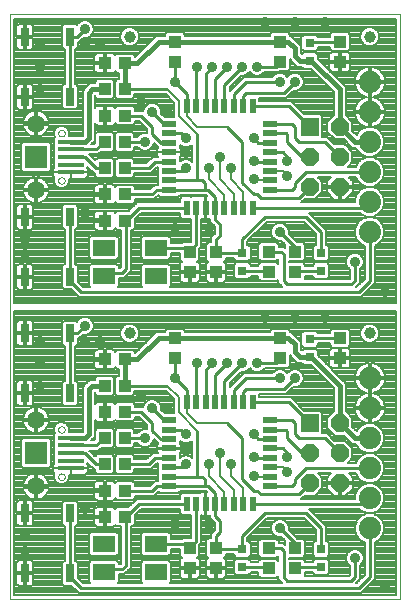
<source format=gtl>
G75*
G70*
%OFA0B0*%
%FSLAX24Y24*%
%IPPOS*%
%LPD*%
%AMOC8*
5,1,8,0,0,1.08239X$1,22.5*
%
%ADD10C,0.0000*%
%ADD11R,0.0200X0.0500*%
%ADD12R,0.0500X0.0200*%
%ADD13R,0.0394X0.0433*%
%ADD14R,0.0433X0.0394*%
%ADD15R,0.0886X0.0157*%
%ADD16C,0.0594*%
%ADD17R,0.0748X0.0748*%
%ADD18R,0.0748X0.0551*%
%ADD19C,0.0740*%
%ADD20R,0.0600X0.0600*%
%ADD21OC8,0.0600*%
%ADD22R,0.0315X0.0315*%
%ADD23R,0.0300X0.0600*%
%ADD24C,0.0394*%
%ADD25C,0.0100*%
%ADD26C,0.0080*%
%ADD27C,0.0357*%
%ADD28C,0.0160*%
D10*
X000645Y000766D02*
X000645Y020266D01*
X013645Y020266D01*
X013645Y000766D01*
X000645Y000766D01*
X002258Y004854D02*
X002260Y004874D01*
X002266Y004894D01*
X002275Y004912D01*
X002288Y004929D01*
X002303Y004942D01*
X002321Y004952D01*
X002341Y004959D01*
X002361Y004962D01*
X002381Y004961D01*
X002401Y004956D01*
X002420Y004948D01*
X002437Y004936D01*
X002451Y004921D01*
X002462Y004903D01*
X002470Y004884D01*
X002474Y004864D01*
X002474Y004844D01*
X002470Y004824D01*
X002462Y004805D01*
X002451Y004787D01*
X002437Y004772D01*
X002420Y004760D01*
X002401Y004752D01*
X002381Y004747D01*
X002361Y004746D01*
X002341Y004749D01*
X002321Y004756D01*
X002303Y004766D01*
X002288Y004779D01*
X002275Y004796D01*
X002266Y004814D01*
X002260Y004834D01*
X002258Y004854D01*
X002258Y006428D02*
X002260Y006448D01*
X002266Y006468D01*
X002275Y006486D01*
X002288Y006503D01*
X002303Y006516D01*
X002321Y006526D01*
X002341Y006533D01*
X002361Y006536D01*
X002381Y006535D01*
X002401Y006530D01*
X002420Y006522D01*
X002437Y006510D01*
X002451Y006495D01*
X002462Y006477D01*
X002470Y006458D01*
X002474Y006438D01*
X002474Y006418D01*
X002470Y006398D01*
X002462Y006379D01*
X002451Y006361D01*
X002437Y006346D01*
X002420Y006334D01*
X002401Y006326D01*
X002381Y006321D01*
X002361Y006320D01*
X002341Y006323D01*
X002321Y006330D01*
X002303Y006340D01*
X002288Y006353D01*
X002275Y006370D01*
X002266Y006388D01*
X002260Y006408D01*
X002258Y006428D01*
X002258Y014729D02*
X002260Y014749D01*
X002266Y014769D01*
X002275Y014787D01*
X002288Y014804D01*
X002303Y014817D01*
X002321Y014827D01*
X002341Y014834D01*
X002361Y014837D01*
X002381Y014836D01*
X002401Y014831D01*
X002420Y014823D01*
X002437Y014811D01*
X002451Y014796D01*
X002462Y014778D01*
X002470Y014759D01*
X002474Y014739D01*
X002474Y014719D01*
X002470Y014699D01*
X002462Y014680D01*
X002451Y014662D01*
X002437Y014647D01*
X002420Y014635D01*
X002401Y014627D01*
X002381Y014622D01*
X002361Y014621D01*
X002341Y014624D01*
X002321Y014631D01*
X002303Y014641D01*
X002288Y014654D01*
X002275Y014671D01*
X002266Y014689D01*
X002260Y014709D01*
X002258Y014729D01*
X002258Y016303D02*
X002260Y016323D01*
X002266Y016343D01*
X002275Y016361D01*
X002288Y016378D01*
X002303Y016391D01*
X002321Y016401D01*
X002341Y016408D01*
X002361Y016411D01*
X002381Y016410D01*
X002401Y016405D01*
X002420Y016397D01*
X002437Y016385D01*
X002451Y016370D01*
X002462Y016352D01*
X002470Y016333D01*
X002474Y016313D01*
X002474Y016293D01*
X002470Y016273D01*
X002462Y016254D01*
X002451Y016236D01*
X002437Y016221D01*
X002420Y016209D01*
X002401Y016201D01*
X002381Y016196D01*
X002361Y016195D01*
X002341Y016198D01*
X002321Y016205D01*
X002303Y016215D01*
X002288Y016228D01*
X002275Y016245D01*
X002266Y016263D01*
X002260Y016283D01*
X002258Y016303D01*
D11*
X006543Y017206D03*
X006858Y017206D03*
X007173Y017206D03*
X007488Y017206D03*
X007803Y017206D03*
X008117Y017206D03*
X008432Y017206D03*
X008747Y017206D03*
X008747Y013826D03*
X008432Y013826D03*
X008117Y013826D03*
X007803Y013826D03*
X007488Y013826D03*
X007173Y013826D03*
X006858Y013826D03*
X006543Y013826D03*
X006543Y007331D03*
X006858Y007331D03*
X007173Y007331D03*
X007488Y007331D03*
X007803Y007331D03*
X008117Y007331D03*
X008432Y007331D03*
X008747Y007331D03*
X008747Y003951D03*
X008432Y003951D03*
X008117Y003951D03*
X007803Y003951D03*
X007488Y003951D03*
X007173Y003951D03*
X006858Y003951D03*
X006543Y003951D03*
D12*
X005955Y004539D03*
X005955Y004854D03*
X005955Y005169D03*
X005955Y005484D03*
X005955Y005798D03*
X005955Y006113D03*
X005955Y006428D03*
X005955Y006743D03*
X009335Y006743D03*
X009335Y006428D03*
X009335Y006113D03*
X009335Y005798D03*
X009335Y005484D03*
X009335Y005169D03*
X009335Y004854D03*
X009335Y004539D03*
X009335Y014414D03*
X009335Y014729D03*
X009335Y015044D03*
X009335Y015359D03*
X009335Y015673D03*
X009335Y015988D03*
X009335Y016303D03*
X009335Y016618D03*
X005955Y016618D03*
X005955Y016303D03*
X005955Y015988D03*
X005955Y015673D03*
X005955Y015359D03*
X005955Y015044D03*
X005955Y014729D03*
X005955Y014414D03*
D13*
X004480Y015141D03*
X004480Y016016D03*
X003810Y016016D03*
X003810Y015141D03*
X003810Y017766D03*
X004480Y017766D03*
X006645Y012351D03*
X006645Y011681D03*
X007520Y011681D03*
X007520Y012351D03*
X004480Y007891D03*
X003810Y007891D03*
X003810Y006141D03*
X004480Y006141D03*
X004480Y005266D03*
X003810Y005266D03*
X006645Y002476D03*
X006645Y001806D03*
X007520Y001806D03*
X007520Y002476D03*
D14*
X009270Y002476D03*
X009270Y001806D03*
X010145Y001806D03*
X010145Y002476D03*
X009645Y008806D03*
X009645Y009476D03*
X009270Y011681D03*
X009270Y012351D03*
X010145Y012351D03*
X010145Y011681D03*
X011645Y009476D03*
X011645Y008806D03*
X006145Y008806D03*
X006145Y009476D03*
X004480Y008766D03*
X003810Y008766D03*
X003810Y007016D03*
X004480Y007016D03*
X004480Y004391D03*
X004480Y003516D03*
X003810Y003516D03*
X003810Y004391D03*
X003810Y013391D03*
X003810Y014266D03*
X004480Y014266D03*
X004480Y013391D03*
X004480Y016891D03*
X003810Y016891D03*
X003810Y018641D03*
X004480Y018641D03*
X006145Y018681D03*
X006145Y019351D03*
X009645Y019351D03*
X009645Y018681D03*
X011645Y018681D03*
X011645Y019351D03*
D15*
X002672Y016028D03*
X002672Y015772D03*
X002672Y015516D03*
X002672Y015260D03*
X002672Y015004D03*
X002672Y006153D03*
X002672Y005897D03*
X002672Y005641D03*
X002672Y005385D03*
X002672Y005129D03*
D16*
X001520Y004529D03*
X001520Y006753D03*
X001520Y014404D03*
X001520Y016628D03*
D17*
X001520Y015516D03*
X001520Y005641D03*
D18*
X003779Y002613D03*
X003779Y001669D03*
X005511Y001669D03*
X005511Y002613D03*
X005511Y011544D03*
X005511Y012488D03*
X003779Y012488D03*
X003779Y011544D03*
D19*
X012645Y013016D03*
X012645Y014016D03*
X012645Y015016D03*
X012645Y016016D03*
X012645Y017016D03*
X012645Y018016D03*
X012645Y008141D03*
X012645Y007141D03*
X012645Y006141D03*
X012645Y005141D03*
X012645Y004141D03*
X012645Y003141D03*
D20*
X010645Y006641D03*
X010645Y016516D03*
D21*
X010645Y015516D03*
X010645Y014516D03*
X011645Y014516D03*
X011645Y015516D03*
X011645Y016516D03*
X011645Y006641D03*
X011645Y005641D03*
X011645Y004641D03*
X010645Y004641D03*
X010645Y005641D03*
D22*
X010645Y008846D03*
X010645Y009436D03*
X011020Y011721D03*
X011020Y012311D03*
X008395Y012311D03*
X008395Y011721D03*
X010645Y018721D03*
X010645Y019311D03*
X011020Y002436D03*
X011020Y001846D03*
X008395Y001846D03*
X008395Y002436D03*
D23*
X002645Y001641D03*
X001145Y001641D03*
X001145Y003641D03*
X002645Y003641D03*
X002645Y007641D03*
X002645Y009641D03*
X002645Y011516D03*
X002645Y013516D03*
X001145Y013516D03*
X001145Y011516D03*
X001145Y009641D03*
X001145Y007641D03*
X001145Y017516D03*
X002645Y017516D03*
X002645Y019516D03*
X001145Y019516D03*
D24*
X004645Y019516D03*
X004645Y009641D03*
X012645Y009641D03*
X012645Y019516D03*
D25*
X011645Y019351D02*
X010684Y019351D01*
X010645Y019311D01*
X010145Y018016D02*
X009770Y017641D01*
X008520Y017641D01*
X008432Y017553D01*
X008432Y017206D01*
X008747Y017206D02*
X009955Y017206D01*
X010645Y016516D01*
X010270Y016016D02*
X011145Y016016D01*
X011645Y015516D01*
X010645Y015516D02*
X010395Y015516D01*
X009895Y016016D01*
X009895Y016266D01*
X009858Y016303D01*
X009335Y016303D01*
X009335Y016618D02*
X010043Y016618D01*
X010145Y016516D01*
X010145Y016141D01*
X010270Y016016D01*
X009895Y015516D02*
X009895Y015391D01*
X009895Y015516D02*
X009738Y015673D01*
X009335Y015673D01*
X009335Y015988D02*
X008923Y015988D01*
X008770Y016141D01*
X008395Y016016D02*
X007895Y016516D01*
X007803Y017206D02*
X007803Y017923D01*
X008395Y018516D01*
X008520Y018016D02*
X009645Y018016D01*
X009520Y018516D02*
X009645Y018641D01*
X009645Y018681D01*
X009520Y018516D02*
X008895Y018516D01*
X008520Y018016D02*
X008117Y017613D01*
X008117Y017206D01*
X007488Y017206D02*
X007488Y018109D01*
X007895Y018516D01*
X007395Y018516D02*
X007173Y018294D01*
X007173Y017206D01*
X006858Y017206D02*
X006858Y018479D01*
X006895Y018516D01*
X006145Y018016D02*
X006543Y017618D01*
X006543Y017206D01*
X005955Y016618D02*
X005793Y016618D01*
X005395Y017016D01*
X005020Y016891D02*
X005395Y016516D01*
X005395Y016266D01*
X005673Y015988D01*
X005955Y015988D01*
X005955Y016303D02*
X006358Y016303D01*
X006520Y016141D01*
X006895Y016266D02*
X006895Y014729D01*
X005955Y014729D01*
X005955Y014414D02*
X007145Y014414D01*
X007145Y014641D01*
X007057Y014729D01*
X006895Y014729D01*
X007145Y014414D02*
X007247Y014414D01*
X007488Y014173D01*
X007488Y013826D01*
X007488Y013423D01*
X007645Y013266D01*
X007645Y012891D01*
X007520Y012766D01*
X007520Y012351D01*
X007645Y012311D01*
X008395Y012311D01*
X008395Y012766D01*
X009145Y013516D01*
X010520Y013516D01*
X011020Y013016D01*
X011020Y012311D01*
X011020Y011721D02*
X010145Y011721D01*
X010145Y011681D01*
X009770Y011391D02*
X009895Y011266D01*
X012020Y011266D01*
X012145Y011391D01*
X012145Y012016D01*
X012645Y011391D02*
X012270Y011016D01*
X003020Y011016D01*
X002645Y011391D01*
X002645Y013516D01*
X002645Y011516D01*
X003779Y011544D02*
X003876Y011641D01*
X004395Y011641D01*
X004520Y011766D01*
X004520Y013391D01*
X004480Y013391D01*
X004520Y013391D02*
X004955Y013826D01*
X006543Y013826D01*
X006858Y013826D02*
X006858Y012603D01*
X006645Y012351D01*
X006547Y012488D01*
X005511Y012488D01*
X005395Y014266D02*
X004480Y014266D01*
X004480Y015141D02*
X005270Y015141D01*
X005488Y015359D01*
X005955Y015359D01*
X005955Y015044D02*
X006423Y015044D01*
X006520Y015141D01*
X005955Y014414D02*
X005543Y014414D01*
X005395Y014266D01*
X005145Y016016D02*
X004480Y016016D01*
X004480Y016891D02*
X005020Y016891D01*
X004480Y017766D02*
X005895Y017766D01*
X006145Y018016D02*
X006145Y018681D01*
X008395Y016016D02*
X008395Y014641D01*
X008770Y014266D01*
X008895Y014266D01*
X009020Y014141D01*
X010270Y014141D01*
X010645Y014516D01*
X010145Y014641D02*
X010520Y015016D01*
X012645Y015016D01*
X012645Y014016D02*
X012455Y013826D01*
X008747Y013826D01*
X009335Y014414D02*
X010043Y014414D01*
X010145Y014516D01*
X010145Y014641D01*
X009335Y015359D02*
X008803Y015359D01*
X008770Y015391D01*
X009645Y013016D02*
X010145Y012516D01*
X010145Y012351D01*
X009770Y012266D02*
X009685Y012351D01*
X009270Y012351D01*
X009231Y011721D02*
X009270Y011681D01*
X009231Y011721D02*
X008395Y011721D01*
X009770Y011391D02*
X009770Y012266D01*
X010684Y009476D02*
X010645Y009436D01*
X010684Y009476D02*
X011645Y009476D01*
X012645Y011391D02*
X012645Y013016D01*
X009645Y008806D02*
X009645Y008766D01*
X009520Y008641D01*
X008895Y008641D01*
X008520Y008141D02*
X009645Y008141D01*
X009770Y007766D02*
X010145Y008141D01*
X009770Y007766D02*
X008520Y007766D01*
X008432Y007678D01*
X008432Y007331D01*
X008747Y007331D02*
X009955Y007331D01*
X010645Y006641D01*
X010270Y006141D02*
X011145Y006141D01*
X011645Y005641D01*
X010645Y005641D02*
X010395Y005641D01*
X009895Y006141D01*
X009895Y006391D01*
X009858Y006428D01*
X009335Y006428D01*
X009335Y006743D02*
X010043Y006743D01*
X010145Y006641D01*
X010145Y006266D01*
X010270Y006141D01*
X009895Y005641D02*
X009895Y005516D01*
X009895Y005641D02*
X009738Y005798D01*
X009335Y005798D01*
X009335Y006113D02*
X008923Y006113D01*
X008770Y006266D01*
X008395Y006141D02*
X007895Y006641D01*
X007803Y007331D02*
X007803Y008048D01*
X008395Y008641D01*
X008520Y008141D02*
X008117Y007738D01*
X008117Y007331D01*
X007488Y007331D02*
X007488Y008234D01*
X007895Y008641D01*
X007395Y008641D02*
X007173Y008419D01*
X007173Y007331D01*
X006858Y007331D02*
X006858Y008604D01*
X006895Y008641D01*
X006145Y008141D02*
X006543Y007743D01*
X006543Y007331D01*
X005955Y006743D02*
X005793Y006743D01*
X005395Y007141D01*
X005020Y007016D02*
X005395Y006641D01*
X005395Y006391D01*
X005673Y006113D01*
X005955Y006113D01*
X005955Y006428D02*
X006358Y006428D01*
X006520Y006266D01*
X006895Y006391D02*
X006895Y004854D01*
X005955Y004854D01*
X005955Y004539D02*
X007145Y004539D01*
X007145Y004766D01*
X007057Y004854D01*
X006895Y004854D01*
X007145Y004539D02*
X007247Y004539D01*
X007488Y004298D01*
X007488Y003951D01*
X007488Y003548D01*
X007645Y003391D01*
X007645Y003016D01*
X007520Y002891D01*
X007520Y002476D01*
X007645Y002436D01*
X008395Y002436D01*
X008395Y002891D01*
X009145Y003641D01*
X010520Y003641D01*
X011020Y003141D01*
X011020Y002436D01*
X011020Y001846D02*
X010145Y001846D01*
X010145Y001806D01*
X009770Y001516D02*
X009895Y001391D01*
X012020Y001391D01*
X012145Y001516D01*
X012145Y002141D01*
X012645Y001516D02*
X012645Y003141D01*
X012455Y003951D02*
X012645Y004141D01*
X012455Y003951D02*
X008747Y003951D01*
X009020Y004266D02*
X008895Y004391D01*
X008770Y004391D01*
X008395Y004766D01*
X008395Y006141D01*
X008770Y005516D02*
X008803Y005484D01*
X009335Y005484D01*
X009335Y004539D02*
X010043Y004539D01*
X010145Y004641D01*
X010145Y004766D01*
X010520Y005141D01*
X012645Y005141D01*
X010645Y004641D02*
X010270Y004266D01*
X009020Y004266D01*
X009645Y003141D02*
X010145Y002641D01*
X010145Y002476D01*
X009770Y002391D02*
X009685Y002476D01*
X009270Y002476D01*
X009231Y001846D02*
X009270Y001806D01*
X009231Y001846D02*
X008395Y001846D01*
X009770Y001516D02*
X009770Y002391D01*
X012270Y001141D02*
X012645Y001516D01*
X012270Y001141D02*
X003020Y001141D01*
X002645Y001516D01*
X002645Y003641D01*
X002645Y001641D01*
X003779Y001669D02*
X003876Y001766D01*
X004395Y001766D01*
X004520Y001891D01*
X004520Y003516D01*
X004480Y003516D01*
X004520Y003516D02*
X004955Y003951D01*
X006543Y003951D01*
X006858Y003951D02*
X006858Y002728D01*
X006645Y002476D01*
X006547Y002613D01*
X005511Y002613D01*
X005395Y004391D02*
X004480Y004391D01*
X004480Y005266D02*
X005270Y005266D01*
X005488Y005484D01*
X005955Y005484D01*
X005955Y005169D02*
X006423Y005169D01*
X006520Y005266D01*
X005955Y004539D02*
X005543Y004539D01*
X005395Y004391D01*
X005145Y006141D02*
X004480Y006141D01*
X004480Y007016D02*
X005020Y007016D01*
X004480Y007891D02*
X005895Y007891D01*
X006145Y008141D02*
X006145Y008806D01*
X003810Y006141D02*
X003770Y006141D01*
X003526Y005897D01*
X002672Y005897D01*
X002672Y005641D02*
X003145Y005641D01*
X003520Y005266D01*
X003810Y005266D01*
X002645Y007641D02*
X002645Y009641D01*
X002895Y009641D01*
X003145Y009891D01*
X003520Y015141D02*
X003145Y015516D01*
X002672Y015516D01*
X002672Y015772D02*
X003526Y015772D01*
X003770Y016016D01*
X003810Y016016D01*
X003810Y015141D02*
X003520Y015141D01*
X002645Y017516D02*
X002645Y019516D01*
X002895Y019516D01*
X003145Y019766D01*
D26*
X003339Y019538D02*
X004328Y019538D01*
X004328Y019579D02*
X004328Y019453D01*
X004376Y019336D01*
X004466Y019247D01*
X004582Y019199D01*
X004708Y019199D01*
X004824Y019247D01*
X004914Y019336D01*
X004962Y019453D01*
X004962Y019579D01*
X004914Y019695D01*
X012376Y019695D01*
X012328Y019579D01*
X012328Y019453D01*
X012376Y019336D01*
X012466Y019247D01*
X012582Y019199D01*
X012708Y019199D01*
X012824Y019247D01*
X012914Y019336D01*
X012962Y019453D01*
X012962Y019579D01*
X012914Y019695D01*
X013505Y019695D01*
X013505Y019773D02*
X012836Y019773D01*
X012824Y019785D02*
X012708Y019833D01*
X012582Y019833D01*
X012466Y019785D01*
X012376Y019695D01*
X012344Y019616D02*
X011962Y019616D01*
X011982Y019597D02*
X011911Y019667D01*
X011379Y019667D01*
X011309Y019597D01*
X011309Y019521D01*
X010920Y019521D01*
X010852Y019589D01*
X010438Y019589D01*
X010368Y019518D01*
X010368Y019104D01*
X010438Y019034D01*
X010852Y019034D01*
X010922Y019104D01*
X010922Y019181D01*
X011309Y019181D01*
X011309Y019104D01*
X011379Y019034D01*
X011911Y019034D01*
X011982Y019104D01*
X011982Y019597D01*
X011982Y019538D02*
X012328Y019538D01*
X012328Y019459D02*
X011982Y019459D01*
X011982Y019381D02*
X012358Y019381D01*
X012411Y019302D02*
X011982Y019302D01*
X011982Y019224D02*
X012523Y019224D01*
X012767Y019224D02*
X013505Y019224D01*
X013505Y019302D02*
X012879Y019302D01*
X012932Y019381D02*
X013505Y019381D01*
X013505Y019459D02*
X012962Y019459D01*
X012962Y019538D02*
X013505Y019538D01*
X013505Y019616D02*
X012946Y019616D01*
X012914Y019695D02*
X012824Y019785D01*
X012454Y019773D02*
X004836Y019773D01*
X004824Y019785D02*
X004708Y019833D01*
X004582Y019833D01*
X004466Y019785D01*
X004376Y019695D01*
X003439Y019695D01*
X003443Y019707D02*
X003443Y019825D01*
X003398Y019935D01*
X003314Y020019D01*
X003204Y020064D01*
X003086Y020064D01*
X002976Y020019D01*
X002892Y019935D01*
X002878Y019902D01*
X002845Y019936D01*
X002445Y019936D01*
X002375Y019866D01*
X002375Y019166D01*
X002445Y019096D01*
X002475Y019096D01*
X002475Y017936D01*
X002445Y017936D01*
X002375Y017866D01*
X002375Y017166D01*
X002445Y017096D01*
X002845Y017096D01*
X002915Y017166D01*
X002915Y017866D01*
X002845Y017936D01*
X002815Y017936D01*
X002815Y019096D01*
X002845Y019096D01*
X002915Y019166D01*
X002915Y019346D01*
X002965Y019346D01*
X003087Y019468D01*
X003204Y019468D01*
X003314Y019513D01*
X003398Y019597D01*
X003443Y019707D01*
X003443Y019773D02*
X004454Y019773D01*
X004376Y019695D02*
X004328Y019579D01*
X004344Y019616D02*
X003406Y019616D01*
X003432Y019852D02*
X013505Y019852D01*
X013505Y019931D02*
X003400Y019931D01*
X003324Y020009D02*
X013505Y020009D01*
X013505Y020088D02*
X000785Y020088D01*
X000785Y020126D02*
X013505Y020126D01*
X013505Y010641D01*
X000785Y010641D01*
X000785Y020126D01*
X000785Y020009D02*
X002966Y020009D01*
X002890Y019931D02*
X002850Y019931D01*
X002440Y019931D02*
X001377Y019931D01*
X001381Y019928D02*
X001349Y019946D01*
X001313Y019956D01*
X001180Y019956D01*
X001180Y019551D01*
X001110Y019551D01*
X001110Y019481D01*
X000855Y019481D01*
X000855Y019198D01*
X000865Y019162D01*
X000883Y019130D01*
X000909Y019104D01*
X000941Y019086D01*
X000977Y019076D01*
X001110Y019076D01*
X001110Y019481D01*
X001180Y019481D01*
X001180Y019551D01*
X001435Y019551D01*
X001435Y019834D01*
X001425Y019870D01*
X001407Y019902D01*
X001381Y019928D01*
X001430Y019852D02*
X002375Y019852D01*
X002375Y019773D02*
X001435Y019773D01*
X001435Y019695D02*
X002375Y019695D01*
X002375Y019616D02*
X001435Y019616D01*
X001435Y019481D02*
X001180Y019481D01*
X001180Y019076D01*
X001313Y019076D01*
X001349Y019086D01*
X001381Y019104D01*
X001407Y019130D01*
X001425Y019162D01*
X001435Y019198D01*
X001435Y019481D01*
X001435Y019459D02*
X002375Y019459D01*
X002375Y019381D02*
X001435Y019381D01*
X001435Y019302D02*
X002375Y019302D01*
X002375Y019224D02*
X001435Y019224D01*
X001416Y019145D02*
X002396Y019145D01*
X002475Y019067D02*
X000785Y019067D01*
X000785Y019145D02*
X000874Y019145D01*
X000855Y019224D02*
X000785Y019224D01*
X000785Y019302D02*
X000855Y019302D01*
X000855Y019381D02*
X000785Y019381D01*
X000785Y019459D02*
X000855Y019459D01*
X000855Y019551D02*
X001110Y019551D01*
X001110Y019956D01*
X000977Y019956D01*
X000941Y019946D01*
X000909Y019928D01*
X000883Y019902D01*
X000865Y019870D01*
X000855Y019834D01*
X000855Y019551D01*
X000855Y019616D02*
X000785Y019616D01*
X000785Y019538D02*
X001110Y019538D01*
X001180Y019538D02*
X002375Y019538D01*
X002475Y018988D02*
X000785Y018988D01*
X000785Y018909D02*
X002475Y018909D01*
X002475Y018831D02*
X000785Y018831D01*
X000785Y018752D02*
X002475Y018752D01*
X002475Y018674D02*
X000785Y018674D01*
X000785Y018595D02*
X002475Y018595D01*
X002475Y018517D02*
X000785Y018517D01*
X000785Y018438D02*
X002475Y018438D01*
X002475Y018360D02*
X000785Y018360D01*
X000785Y018281D02*
X002475Y018281D01*
X002475Y018203D02*
X000785Y018203D01*
X000785Y018124D02*
X002475Y018124D01*
X002475Y018046D02*
X000785Y018046D01*
X000785Y017967D02*
X002475Y017967D01*
X002398Y017888D02*
X001415Y017888D01*
X001407Y017902D02*
X001381Y017928D01*
X001349Y017946D01*
X001313Y017956D01*
X001180Y017956D01*
X001180Y017551D01*
X001110Y017551D01*
X001110Y017481D01*
X000855Y017481D01*
X000855Y017198D01*
X000865Y017162D01*
X000883Y017130D01*
X000909Y017104D01*
X000941Y017086D01*
X000977Y017076D01*
X001110Y017076D01*
X001110Y017481D01*
X001180Y017481D01*
X001180Y017551D01*
X001435Y017551D01*
X001435Y017834D01*
X001425Y017870D01*
X001407Y017902D01*
X001435Y017810D02*
X002375Y017810D01*
X002375Y017731D02*
X001435Y017731D01*
X001435Y017653D02*
X002375Y017653D01*
X002375Y017574D02*
X001435Y017574D01*
X001435Y017481D02*
X001180Y017481D01*
X001180Y017076D01*
X001313Y017076D01*
X001349Y017086D01*
X001381Y017104D01*
X001407Y017130D01*
X001425Y017162D01*
X001435Y017198D01*
X001435Y017481D01*
X001435Y017417D02*
X002375Y017417D01*
X002375Y017339D02*
X001435Y017339D01*
X001435Y017260D02*
X002375Y017260D01*
X002375Y017182D02*
X001431Y017182D01*
X001379Y017103D02*
X002438Y017103D01*
X002375Y017496D02*
X001180Y017496D01*
X001110Y017496D02*
X000785Y017496D01*
X000785Y017574D02*
X000855Y017574D01*
X000855Y017551D02*
X001110Y017551D01*
X001110Y017956D01*
X000977Y017956D01*
X000941Y017946D01*
X000909Y017928D01*
X000883Y017902D01*
X000865Y017870D01*
X000855Y017834D01*
X000855Y017551D01*
X000855Y017653D02*
X000785Y017653D01*
X000785Y017731D02*
X000855Y017731D01*
X000855Y017810D02*
X000785Y017810D01*
X000785Y017888D02*
X000875Y017888D01*
X001110Y017888D02*
X001180Y017888D01*
X001180Y017810D02*
X001110Y017810D01*
X001110Y017731D02*
X001180Y017731D01*
X001180Y017653D02*
X001110Y017653D01*
X001110Y017574D02*
X001180Y017574D01*
X001180Y017417D02*
X001110Y017417D01*
X001110Y017339D02*
X001180Y017339D01*
X001180Y017260D02*
X001110Y017260D01*
X001110Y017182D02*
X001180Y017182D01*
X001180Y017103D02*
X001110Y017103D01*
X001235Y016961D02*
X001187Y016913D01*
X001146Y016857D01*
X001115Y016796D01*
X001094Y016730D01*
X001084Y016668D01*
X001480Y016668D01*
X001480Y016588D01*
X001560Y016588D01*
X001560Y016192D01*
X001622Y016202D01*
X001688Y016223D01*
X001749Y016255D01*
X001805Y016295D01*
X001853Y016344D01*
X001894Y016399D01*
X001925Y016460D01*
X001946Y016526D01*
X001956Y016588D01*
X001560Y016588D01*
X001560Y016668D01*
X001956Y016668D01*
X001946Y016730D01*
X001925Y016796D01*
X001894Y016857D01*
X001853Y016913D01*
X001805Y016961D01*
X001749Y017002D01*
X001688Y017033D01*
X001622Y017054D01*
X001560Y017064D01*
X001560Y016668D01*
X001480Y016668D01*
X001480Y017064D01*
X001418Y017054D01*
X001352Y017033D01*
X001291Y017002D01*
X001235Y016961D01*
X001220Y016946D02*
X000785Y016946D01*
X000785Y017024D02*
X001336Y017024D01*
X001480Y017024D02*
X001560Y017024D01*
X001560Y016946D02*
X001480Y016946D01*
X001480Y016867D02*
X001560Y016867D01*
X001560Y016789D02*
X001480Y016789D01*
X001480Y016710D02*
X001560Y016710D01*
X001560Y016632D02*
X003070Y016632D01*
X003070Y016710D02*
X001949Y016710D01*
X001927Y016789D02*
X003070Y016789D01*
X003070Y016867D02*
X001886Y016867D01*
X001820Y016946D02*
X003070Y016946D01*
X003070Y017024D02*
X001704Y017024D01*
X001480Y016632D02*
X000785Y016632D01*
X000785Y016710D02*
X001091Y016710D01*
X001113Y016789D02*
X000785Y016789D01*
X000785Y016867D02*
X001154Y016867D01*
X001084Y016588D02*
X001094Y016526D01*
X001115Y016460D01*
X001146Y016399D01*
X001187Y016344D01*
X001235Y016295D01*
X001291Y016255D01*
X001352Y016223D01*
X001418Y016202D01*
X001480Y016192D01*
X001480Y016588D01*
X001084Y016588D01*
X001090Y016553D02*
X000785Y016553D01*
X000785Y016475D02*
X001111Y016475D01*
X001149Y016396D02*
X000785Y016396D01*
X000785Y016318D02*
X001213Y016318D01*
X001322Y016239D02*
X000785Y016239D01*
X000785Y016160D02*
X002113Y016160D01*
X002109Y016156D02*
X002109Y015899D01*
X002109Y015643D01*
X002109Y015389D01*
X002109Y015155D01*
X002098Y015137D01*
X002089Y015101D01*
X002089Y015004D01*
X002089Y014907D01*
X002098Y014871D01*
X002117Y014839D01*
X002136Y014820D01*
X002118Y014778D01*
X002118Y014679D01*
X002156Y014588D01*
X002226Y014518D01*
X002317Y014480D01*
X002416Y014480D01*
X002507Y014518D01*
X002577Y014588D01*
X002615Y014679D01*
X002615Y014778D01*
X002612Y014785D01*
X002671Y014785D01*
X002671Y015004D01*
X002089Y015004D01*
X002671Y015004D01*
X002671Y015004D01*
X002672Y015004D01*
X002672Y015004D01*
X003254Y015004D01*
X003254Y014907D01*
X003245Y014871D01*
X003227Y014839D01*
X003200Y014813D01*
X003169Y014795D01*
X003133Y014785D01*
X002672Y014785D01*
X002672Y015004D01*
X003254Y015004D01*
X003254Y015101D01*
X003245Y015137D01*
X003234Y015155D01*
X003234Y015186D01*
X003450Y014971D01*
X003494Y014971D01*
X003494Y014875D01*
X003564Y014804D01*
X004057Y014804D01*
X004127Y014875D01*
X004127Y015407D01*
X004057Y015477D01*
X003564Y015477D01*
X003494Y015407D01*
X003315Y015586D01*
X003299Y015602D01*
X003456Y015602D01*
X003596Y015602D01*
X003674Y015679D01*
X004057Y015679D01*
X004127Y015750D01*
X004127Y016282D01*
X004057Y016352D01*
X003564Y016352D01*
X003494Y016282D01*
X003494Y015980D01*
X003456Y015942D01*
X003354Y015942D01*
X003470Y016058D01*
X003470Y016224D01*
X003470Y016629D01*
X003482Y016608D01*
X003508Y016582D01*
X003540Y016564D01*
X003575Y016554D01*
X003770Y016554D01*
X003770Y016851D01*
X003850Y016851D01*
X003850Y016554D01*
X004045Y016554D01*
X004081Y016564D01*
X004113Y016582D01*
X004139Y016608D01*
X004154Y016634D01*
X004213Y016574D01*
X004746Y016574D01*
X004816Y016644D01*
X004816Y016721D01*
X004950Y016721D01*
X005225Y016446D01*
X005225Y016306D01*
X005204Y016314D01*
X005086Y016314D01*
X004976Y016269D01*
X004893Y016186D01*
X004796Y016186D01*
X004796Y016282D01*
X004726Y016352D01*
X004233Y016352D01*
X004163Y016282D01*
X004163Y015750D01*
X004233Y015679D01*
X004726Y015679D01*
X004796Y015750D01*
X004796Y015846D01*
X004893Y015846D01*
X004976Y015763D01*
X005086Y015718D01*
X005204Y015718D01*
X005314Y015763D01*
X005398Y015847D01*
X005443Y015957D01*
X005443Y015977D01*
X005581Y015839D01*
X005575Y015827D01*
X005565Y015792D01*
X005565Y015683D01*
X005945Y015683D01*
X005945Y015663D01*
X005565Y015663D01*
X005565Y015555D01*
X005572Y015528D01*
X005558Y015528D01*
X005417Y015528D01*
X005200Y015311D01*
X004796Y015311D01*
X004796Y015407D01*
X004726Y015477D01*
X004233Y015477D01*
X004163Y015407D01*
X004163Y014875D01*
X004233Y014804D01*
X004726Y014804D01*
X004796Y014875D01*
X004796Y014971D01*
X005200Y014971D01*
X005340Y014971D01*
X005558Y015189D01*
X005585Y015189D01*
X005585Y014894D01*
X005593Y014886D01*
X005585Y014878D01*
X005585Y014584D01*
X005472Y014584D01*
X005325Y014436D01*
X004816Y014436D01*
X004816Y014513D01*
X004746Y014583D01*
X004213Y014583D01*
X004154Y014523D01*
X004139Y014549D01*
X004113Y014575D01*
X004081Y014593D01*
X004045Y014603D01*
X003850Y014603D01*
X003850Y014306D01*
X003770Y014306D01*
X003770Y014226D01*
X003454Y014226D01*
X003454Y014051D01*
X003463Y014015D01*
X003482Y013983D01*
X003508Y013957D01*
X003540Y013939D01*
X003575Y013929D01*
X003770Y013929D01*
X003770Y014226D01*
X003850Y014226D01*
X003850Y013929D01*
X004045Y013929D01*
X004081Y013939D01*
X004113Y013957D01*
X004139Y013983D01*
X004154Y014009D01*
X004213Y013949D01*
X004746Y013949D01*
X004816Y014019D01*
X004816Y014096D01*
X005465Y014096D01*
X005565Y014196D01*
X005609Y014240D01*
X005655Y014194D01*
X006255Y014194D01*
X006305Y014244D01*
X007177Y014244D01*
X007205Y014216D01*
X007183Y014216D01*
X007183Y013836D01*
X007163Y013836D01*
X007163Y014216D01*
X007054Y014216D01*
X007019Y014206D01*
X007000Y014196D01*
X006708Y014196D01*
X006700Y014188D01*
X006692Y014196D01*
X006393Y014196D01*
X006323Y014126D01*
X006323Y013996D01*
X005025Y013996D01*
X004885Y013996D01*
X004596Y013708D01*
X004213Y013708D01*
X004154Y013648D01*
X004139Y013674D01*
X004113Y013700D01*
X004081Y013718D01*
X004045Y013728D01*
X003850Y013728D01*
X003850Y013431D01*
X003770Y013431D01*
X003770Y013351D01*
X003454Y013351D01*
X003454Y013176D01*
X002915Y013176D01*
X002915Y013166D02*
X002915Y013866D01*
X002845Y013936D01*
X002445Y013936D01*
X002375Y013866D01*
X002375Y013166D01*
X002445Y013096D01*
X002475Y013096D01*
X002475Y011936D01*
X002445Y011936D01*
X002375Y011866D01*
X002375Y011166D01*
X002445Y011096D01*
X002700Y011096D01*
X002850Y010946D01*
X002950Y010846D01*
X012200Y010846D01*
X012340Y010846D01*
X012715Y011221D01*
X012815Y011321D01*
X012815Y012556D01*
X012923Y012601D01*
X013060Y012738D01*
X013135Y012919D01*
X013135Y013113D01*
X013060Y013294D01*
X012923Y013431D01*
X012742Y013506D01*
X012548Y013506D01*
X012367Y013431D01*
X012230Y013294D01*
X012155Y013113D01*
X012155Y012919D01*
X012230Y012738D01*
X012367Y012601D01*
X012475Y012556D01*
X012475Y011461D01*
X012200Y011186D01*
X012180Y011186D01*
X012215Y011221D01*
X012315Y011321D01*
X012315Y011764D01*
X012398Y011847D01*
X012443Y011957D01*
X012443Y012075D01*
X012398Y012185D01*
X012314Y012269D01*
X012204Y012314D01*
X012086Y012314D01*
X011976Y012269D01*
X011892Y012185D01*
X011847Y012075D01*
X011847Y011957D01*
X011892Y011847D01*
X011975Y011764D01*
X011975Y011461D01*
X011950Y011436D01*
X010482Y011436D01*
X010482Y011551D01*
X010743Y011551D01*
X010743Y011514D01*
X010813Y011443D01*
X011227Y011443D01*
X011297Y011514D01*
X011297Y011928D01*
X011227Y011998D01*
X010813Y011998D01*
X010743Y011928D01*
X010743Y011891D01*
X010482Y011891D01*
X010482Y011928D01*
X010411Y011998D01*
X009940Y011998D01*
X009940Y012034D01*
X010411Y012034D01*
X010482Y012104D01*
X010482Y012597D01*
X010411Y012667D01*
X010234Y012667D01*
X010215Y012686D01*
X009943Y012958D01*
X009943Y013075D01*
X009898Y013185D01*
X009814Y013269D01*
X009704Y013314D01*
X009586Y013314D01*
X009476Y013269D01*
X009392Y013185D01*
X009347Y013075D01*
X009347Y012957D01*
X009392Y012847D01*
X009476Y012763D01*
X009586Y012718D01*
X009703Y012718D01*
X009816Y012605D01*
X009809Y012597D01*
X009809Y012468D01*
X009756Y012521D01*
X009615Y012521D01*
X009607Y012521D01*
X009607Y012597D01*
X009536Y012667D01*
X009004Y012667D01*
X008934Y012597D01*
X008934Y012104D01*
X009004Y012034D01*
X009536Y012034D01*
X009600Y012098D01*
X009600Y011934D01*
X009536Y011998D01*
X009004Y011998D01*
X008934Y011928D01*
X008934Y011891D01*
X008672Y011891D01*
X008672Y011928D01*
X008602Y011998D01*
X008188Y011998D01*
X008118Y011928D01*
X008118Y011514D01*
X008188Y011443D01*
X008602Y011443D01*
X008672Y011514D01*
X008672Y011551D01*
X008934Y011551D01*
X008934Y011435D01*
X009004Y011364D01*
X009536Y011364D01*
X009600Y011428D01*
X009600Y011321D01*
X009725Y011196D01*
X009735Y011186D01*
X005973Y011186D01*
X006005Y011218D01*
X006005Y011869D01*
X005935Y011939D01*
X005087Y011939D01*
X005017Y011869D01*
X005017Y011218D01*
X005049Y011186D01*
X004241Y011186D01*
X004273Y011218D01*
X004273Y011471D01*
X004465Y011471D01*
X004565Y011571D01*
X004690Y011696D01*
X004690Y011836D01*
X004690Y013074D01*
X004746Y013074D01*
X004816Y013144D01*
X004816Y013447D01*
X005025Y013656D01*
X006323Y013656D01*
X006323Y013526D01*
X006393Y013456D01*
X006688Y013456D01*
X006688Y012687D01*
X006398Y012687D01*
X006370Y012658D01*
X006005Y012658D01*
X006005Y012814D01*
X005935Y012884D01*
X005087Y012884D01*
X005017Y012814D01*
X005017Y012163D01*
X005087Y012093D01*
X005935Y012093D01*
X006005Y012163D01*
X006005Y012318D01*
X006328Y012318D01*
X006328Y012084D01*
X006388Y012025D01*
X006362Y012010D01*
X006336Y011984D01*
X006318Y011952D01*
X006308Y011916D01*
X006308Y011721D01*
X006605Y011721D01*
X006605Y011641D01*
X006685Y011641D01*
X006685Y011325D01*
X006860Y011325D01*
X006896Y011334D01*
X006928Y011353D01*
X006954Y011379D01*
X006972Y011411D01*
X006982Y011446D01*
X006982Y011641D01*
X006685Y011641D01*
X006685Y011721D01*
X006982Y011721D01*
X006982Y011916D01*
X006972Y011952D01*
X006954Y011984D01*
X006928Y012010D01*
X006902Y012025D01*
X006962Y012084D01*
X006962Y012463D01*
X006983Y012488D01*
X007028Y012532D01*
X007028Y012540D01*
X007033Y012547D01*
X007028Y012610D01*
X007028Y013443D01*
X007054Y013436D01*
X007163Y013436D01*
X007163Y013816D01*
X007183Y013816D01*
X007183Y013436D01*
X007291Y013436D01*
X007318Y013443D01*
X007318Y013353D01*
X007475Y013196D01*
X007475Y012961D01*
X007450Y012936D01*
X007350Y012836D01*
X007350Y012687D01*
X007273Y012687D01*
X007203Y012617D01*
X007203Y012084D01*
X007263Y012025D01*
X007237Y012010D01*
X007211Y011984D01*
X007193Y011952D01*
X007183Y011916D01*
X007183Y011721D01*
X007480Y011721D01*
X007480Y011641D01*
X007560Y011641D01*
X007560Y011325D01*
X007735Y011325D01*
X007771Y011334D01*
X007803Y011353D01*
X007829Y011379D01*
X007847Y011411D01*
X007857Y011446D01*
X007857Y011641D01*
X007560Y011641D01*
X007560Y011721D01*
X007857Y011721D01*
X007857Y011916D01*
X007847Y011952D01*
X007829Y011984D01*
X007803Y012010D01*
X007777Y012025D01*
X007837Y012084D01*
X007837Y012141D01*
X008118Y012141D01*
X008118Y012104D01*
X008188Y012034D01*
X008602Y012034D01*
X008672Y012104D01*
X008672Y012518D01*
X008602Y012589D01*
X008565Y012589D01*
X008565Y012696D01*
X009215Y013346D01*
X010450Y013346D01*
X010850Y012946D01*
X010850Y012589D01*
X010813Y012589D01*
X010743Y012518D01*
X010743Y012104D01*
X010813Y012034D01*
X011227Y012034D01*
X011297Y012104D01*
X011297Y012518D01*
X011227Y012589D01*
X011190Y012589D01*
X011190Y012946D01*
X011190Y013086D01*
X010690Y013586D01*
X010620Y013656D01*
X012312Y013656D01*
X012367Y013601D01*
X012548Y013526D01*
X012742Y013526D01*
X012923Y013601D01*
X013060Y013738D01*
X013135Y013919D01*
X013135Y014113D01*
X013060Y014294D01*
X012923Y014431D01*
X012742Y014506D01*
X012548Y014506D01*
X012367Y014431D01*
X012230Y014294D01*
X012155Y014113D01*
X012155Y013996D01*
X010365Y013996D01*
X010440Y014071D01*
X010468Y014099D01*
X010471Y014096D01*
X010819Y014096D01*
X011065Y014342D01*
X011065Y014690D01*
X010909Y014846D01*
X011353Y014846D01*
X011205Y014698D01*
X011205Y014556D01*
X011605Y014556D01*
X011605Y014476D01*
X011205Y014476D01*
X011205Y014334D01*
X011463Y014076D01*
X011605Y014076D01*
X011605Y014476D01*
X011685Y014476D01*
X011685Y014556D01*
X012085Y014556D01*
X012085Y014698D01*
X011937Y014846D01*
X012185Y014846D01*
X012230Y014738D01*
X012367Y014601D01*
X012548Y014526D01*
X012742Y014526D01*
X012923Y014601D01*
X013060Y014738D01*
X013135Y014919D01*
X013135Y015113D01*
X013060Y015294D01*
X012923Y015431D01*
X012742Y015506D01*
X012548Y015506D01*
X012367Y015431D01*
X012230Y015294D01*
X012185Y015186D01*
X011909Y015186D01*
X012065Y015342D01*
X012065Y015690D01*
X011819Y015936D01*
X011471Y015936D01*
X011468Y015933D01*
X011215Y016186D01*
X011075Y016186D01*
X011065Y016186D01*
X011065Y016866D01*
X010995Y016936D01*
X010465Y016936D01*
X010025Y017376D01*
X009885Y017376D01*
X008967Y017376D01*
X008967Y017471D01*
X009700Y017471D01*
X009840Y017471D01*
X010087Y017718D01*
X010204Y017718D01*
X010314Y017763D01*
X010398Y017847D01*
X010443Y017957D01*
X010443Y018075D01*
X010398Y018185D01*
X010314Y018269D01*
X010204Y018314D01*
X010086Y018314D01*
X009976Y018269D01*
X009895Y018188D01*
X009814Y018269D01*
X009704Y018314D01*
X009586Y018314D01*
X009476Y018269D01*
X009393Y018186D01*
X008450Y018186D01*
X008350Y018086D01*
X007972Y017709D01*
X007972Y017853D01*
X008337Y018218D01*
X008454Y018218D01*
X008564Y018263D01*
X008645Y018344D01*
X008726Y018263D01*
X008836Y018218D01*
X008954Y018218D01*
X009064Y018263D01*
X009147Y018346D01*
X009450Y018346D01*
X009590Y018346D01*
X009609Y018364D01*
X009911Y018364D01*
X009982Y018435D01*
X009982Y018772D01*
X010062Y018691D01*
X010232Y018521D01*
X010368Y018521D01*
X010368Y018514D01*
X010438Y018443D01*
X010685Y018443D01*
X011445Y017683D01*
X011445Y016910D01*
X011225Y016690D01*
X011225Y016342D01*
X011471Y016096D01*
X011782Y016096D01*
X012062Y015816D01*
X012198Y015816D01*
X012230Y015738D01*
X012367Y015601D01*
X012548Y015526D01*
X012742Y015526D01*
X012923Y015601D01*
X013060Y015738D01*
X013135Y015919D01*
X013135Y016113D01*
X013060Y016294D01*
X012923Y016431D01*
X012742Y016506D01*
X012548Y016506D01*
X012367Y016431D01*
X012230Y016294D01*
X012206Y016237D01*
X012065Y016379D01*
X012065Y016690D01*
X011845Y016910D01*
X011845Y017849D01*
X011728Y017966D01*
X010922Y018771D01*
X010922Y018928D01*
X010852Y018998D01*
X010438Y018998D01*
X010379Y018940D01*
X010345Y018974D01*
X010345Y019224D01*
X010228Y019341D01*
X010018Y019551D01*
X009982Y019551D01*
X009982Y019597D01*
X009911Y019667D01*
X009379Y019667D01*
X009309Y019597D01*
X009309Y019551D01*
X006482Y019551D01*
X006482Y019597D01*
X006411Y019667D01*
X005879Y019667D01*
X005809Y019597D01*
X005809Y019551D01*
X005522Y019551D01*
X005405Y019433D01*
X004816Y018845D01*
X004816Y018888D01*
X004746Y018958D01*
X004213Y018958D01*
X004154Y018898D01*
X004139Y018924D01*
X004113Y018950D01*
X004081Y018968D01*
X004045Y018978D01*
X003850Y018978D01*
X003850Y018681D01*
X003770Y018681D01*
X003770Y018601D01*
X003454Y018601D01*
X003454Y018426D01*
X003463Y018390D01*
X003482Y018358D01*
X003508Y018332D01*
X003540Y018314D01*
X003575Y018304D01*
X003770Y018304D01*
X003770Y018601D01*
X003850Y018601D01*
X003850Y018304D01*
X004045Y018304D01*
X004081Y018314D01*
X004113Y018332D01*
X004139Y018358D01*
X004154Y018384D01*
X004213Y018324D01*
X004280Y018324D01*
X004280Y018102D01*
X004233Y018102D01*
X004163Y018032D01*
X004163Y017500D01*
X004233Y017429D01*
X004726Y017429D01*
X004796Y017500D01*
X004796Y017596D01*
X005839Y017596D01*
X006110Y017325D01*
X006110Y016838D01*
X005813Y016838D01*
X005693Y016958D01*
X005693Y017075D01*
X005648Y017185D01*
X005564Y017269D01*
X005454Y017314D01*
X005336Y017314D01*
X005226Y017269D01*
X005142Y017185D01*
X005097Y017075D01*
X005097Y017055D01*
X005090Y017061D01*
X004816Y017061D01*
X004816Y017138D01*
X004746Y017208D01*
X004213Y017208D01*
X004154Y017148D01*
X004139Y017174D01*
X004113Y017200D01*
X004081Y017218D01*
X004045Y017228D01*
X003850Y017228D01*
X003850Y016931D01*
X003770Y016931D01*
X003770Y017228D01*
X003575Y017228D01*
X003540Y017218D01*
X003508Y017200D01*
X003482Y017174D01*
X003470Y017153D01*
X003470Y017558D01*
X003478Y017566D01*
X003494Y017566D01*
X003494Y017500D01*
X003564Y017429D01*
X004057Y017429D01*
X004127Y017500D01*
X004127Y018032D01*
X004057Y018102D01*
X003564Y018102D01*
X003494Y018032D01*
X003494Y017966D01*
X003312Y017966D01*
X003195Y017849D01*
X003070Y017724D01*
X003070Y017558D01*
X003070Y016228D01*
X002604Y016228D01*
X002615Y016254D01*
X002615Y016353D01*
X002577Y016444D01*
X002507Y016514D01*
X002416Y016552D01*
X002317Y016552D01*
X002226Y016514D01*
X002156Y016444D01*
X002118Y016353D01*
X002118Y016254D01*
X002144Y016192D01*
X002109Y016156D01*
X002109Y016082D02*
X000785Y016082D01*
X000785Y016003D02*
X001090Y016003D01*
X001096Y016010D02*
X001026Y015940D01*
X001026Y015092D01*
X001096Y015022D01*
X001944Y015022D01*
X002014Y015092D01*
X002014Y015940D01*
X001944Y016010D01*
X001096Y016010D01*
X001026Y015925D02*
X000785Y015925D01*
X000785Y015846D02*
X001026Y015846D01*
X001026Y015768D02*
X000785Y015768D01*
X000785Y015689D02*
X001026Y015689D01*
X001026Y015611D02*
X000785Y015611D01*
X000785Y015532D02*
X001026Y015532D01*
X001026Y015454D02*
X000785Y015454D01*
X000785Y015375D02*
X001026Y015375D01*
X001026Y015296D02*
X000785Y015296D01*
X000785Y015218D02*
X001026Y015218D01*
X001026Y015139D02*
X000785Y015139D01*
X000785Y015061D02*
X001057Y015061D01*
X000785Y014982D02*
X002089Y014982D01*
X002090Y014904D02*
X000785Y014904D01*
X000785Y014825D02*
X001404Y014825D01*
X001418Y014830D02*
X001352Y014809D01*
X001291Y014777D01*
X001235Y014737D01*
X001187Y014688D01*
X001146Y014633D01*
X001115Y014571D01*
X001094Y014506D01*
X001084Y014444D01*
X001480Y014444D01*
X001480Y014840D01*
X001418Y014830D01*
X001480Y014825D02*
X001560Y014825D01*
X001560Y014840D02*
X001560Y014444D01*
X001480Y014444D01*
X001480Y014364D01*
X001084Y014364D01*
X001094Y014301D01*
X001115Y014236D01*
X001146Y014175D01*
X001187Y014119D01*
X001235Y014071D01*
X001291Y014030D01*
X001352Y013999D01*
X001418Y013978D01*
X001480Y013968D01*
X001480Y014364D01*
X001560Y014364D01*
X001560Y014444D01*
X001956Y014444D01*
X001946Y014506D01*
X001925Y014571D01*
X001894Y014633D01*
X001853Y014688D01*
X001805Y014737D01*
X001749Y014777D01*
X001688Y014809D01*
X001622Y014830D01*
X001560Y014840D01*
X001636Y014825D02*
X002131Y014825D01*
X002118Y014747D02*
X001791Y014747D01*
X001868Y014668D02*
X002123Y014668D01*
X002155Y014590D02*
X001916Y014590D01*
X001944Y014511D02*
X002243Y014511D01*
X002490Y014511D02*
X003462Y014511D01*
X003463Y014517D02*
X003454Y014481D01*
X003454Y014306D01*
X003770Y014306D01*
X003770Y014603D01*
X003575Y014603D01*
X003540Y014593D01*
X003508Y014575D01*
X003482Y014549D01*
X003463Y014517D01*
X003454Y014433D02*
X001560Y014433D01*
X001560Y014364D02*
X001956Y014364D01*
X001946Y014301D01*
X001925Y014236D01*
X001894Y014175D01*
X001853Y014119D01*
X001805Y014071D01*
X001749Y014030D01*
X001688Y013999D01*
X001622Y013978D01*
X001560Y013968D01*
X001560Y014364D01*
X001560Y014354D02*
X001480Y014354D01*
X001480Y014433D02*
X000785Y014433D01*
X000785Y014511D02*
X001096Y014511D01*
X001124Y014590D02*
X000785Y014590D01*
X000785Y014668D02*
X001172Y014668D01*
X001249Y014747D02*
X000785Y014747D01*
X000785Y014354D02*
X001086Y014354D01*
X001102Y014275D02*
X000785Y014275D01*
X000785Y014197D02*
X001135Y014197D01*
X001188Y014118D02*
X000785Y014118D01*
X000785Y014040D02*
X001278Y014040D01*
X001313Y013956D02*
X001180Y013956D01*
X001180Y013551D01*
X001110Y013551D01*
X001110Y013481D01*
X000855Y013481D01*
X000855Y013198D01*
X000865Y013162D01*
X000883Y013130D01*
X000909Y013104D01*
X000941Y013086D01*
X000977Y013076D01*
X001110Y013076D01*
X001110Y013481D01*
X001180Y013481D01*
X001180Y013551D01*
X001435Y013551D01*
X001435Y013834D01*
X001425Y013870D01*
X001407Y013902D01*
X001381Y013928D01*
X001349Y013946D01*
X001313Y013956D01*
X001418Y013883D02*
X002392Y013883D01*
X002375Y013804D02*
X001435Y013804D01*
X001435Y013726D02*
X002375Y013726D01*
X002375Y013647D02*
X001435Y013647D01*
X001435Y013569D02*
X002375Y013569D01*
X002375Y013490D02*
X001180Y013490D01*
X001180Y013481D02*
X001435Y013481D01*
X001435Y013198D01*
X001425Y013162D01*
X001407Y013130D01*
X001381Y013104D01*
X001349Y013086D01*
X001313Y013076D01*
X001180Y013076D01*
X001180Y013481D01*
X001180Y013411D02*
X001110Y013411D01*
X001110Y013333D02*
X001180Y013333D01*
X001180Y013254D02*
X001110Y013254D01*
X001110Y013176D02*
X001180Y013176D01*
X001180Y013097D02*
X001110Y013097D01*
X000921Y013097D02*
X000785Y013097D01*
X000785Y013019D02*
X002475Y013019D01*
X002475Y012940D02*
X000785Y012940D01*
X000785Y012862D02*
X002475Y012862D01*
X002475Y012783D02*
X000785Y012783D01*
X000785Y012705D02*
X002475Y012705D01*
X002475Y012626D02*
X000785Y012626D01*
X000785Y012547D02*
X002475Y012547D01*
X002475Y012469D02*
X000785Y012469D01*
X000785Y012390D02*
X002475Y012390D01*
X002475Y012312D02*
X000785Y012312D01*
X000785Y012233D02*
X002475Y012233D01*
X002475Y012155D02*
X000785Y012155D01*
X000785Y012076D02*
X002475Y012076D01*
X002475Y011998D02*
X000785Y011998D01*
X000785Y011919D02*
X000900Y011919D01*
X000909Y011928D02*
X000883Y011902D01*
X000865Y011870D01*
X000855Y011834D01*
X000855Y011551D01*
X001110Y011551D01*
X001110Y011481D01*
X000855Y011481D01*
X000855Y011198D01*
X000865Y011162D01*
X000883Y011130D01*
X000909Y011104D01*
X000941Y011086D01*
X000977Y011076D01*
X001110Y011076D01*
X001110Y011481D01*
X001180Y011481D01*
X001180Y011551D01*
X001110Y011551D01*
X001110Y011956D01*
X000977Y011956D01*
X000941Y011946D01*
X000909Y011928D01*
X000857Y011841D02*
X000785Y011841D01*
X000785Y011762D02*
X000855Y011762D01*
X000855Y011684D02*
X000785Y011684D01*
X000785Y011605D02*
X000855Y011605D01*
X000785Y011526D02*
X001110Y011526D01*
X001180Y011526D02*
X002375Y011526D01*
X002375Y011448D02*
X001435Y011448D01*
X001435Y011481D02*
X001180Y011481D01*
X001180Y011076D01*
X001313Y011076D01*
X001349Y011086D01*
X001381Y011104D01*
X001407Y011130D01*
X001425Y011162D01*
X001435Y011198D01*
X001435Y011481D01*
X001435Y011551D02*
X001435Y011834D01*
X001425Y011870D01*
X001407Y011902D01*
X001381Y011928D01*
X001349Y011946D01*
X001313Y011956D01*
X001180Y011956D01*
X001180Y011551D01*
X001435Y011551D01*
X001435Y011605D02*
X002375Y011605D01*
X002375Y011684D02*
X001435Y011684D01*
X001435Y011762D02*
X002375Y011762D01*
X002375Y011841D02*
X001433Y011841D01*
X001390Y011919D02*
X002429Y011919D01*
X002815Y011936D02*
X002815Y013096D01*
X002845Y013096D01*
X002915Y013166D01*
X002915Y013254D02*
X003454Y013254D01*
X003454Y013176D02*
X003463Y013140D01*
X003482Y013108D01*
X003508Y013082D01*
X003540Y013064D01*
X003575Y013054D01*
X003770Y013054D01*
X003770Y013351D01*
X003850Y013351D01*
X003850Y013054D01*
X004045Y013054D01*
X004081Y013064D01*
X004113Y013082D01*
X004139Y013108D01*
X004154Y013134D01*
X004213Y013074D01*
X004350Y013074D01*
X004350Y011836D01*
X004325Y011811D01*
X004273Y011811D01*
X004273Y011869D01*
X004203Y011939D01*
X003355Y011939D01*
X003285Y011869D01*
X003285Y011218D01*
X003317Y011186D01*
X003090Y011186D01*
X002915Y011361D01*
X002915Y011866D01*
X002845Y011936D01*
X002815Y011936D01*
X002862Y011919D02*
X003335Y011919D01*
X003285Y011841D02*
X002915Y011841D01*
X002915Y011762D02*
X003285Y011762D01*
X003285Y011684D02*
X002915Y011684D01*
X002915Y011605D02*
X003285Y011605D01*
X003285Y011526D02*
X002915Y011526D01*
X002915Y011448D02*
X003285Y011448D01*
X003285Y011369D02*
X002915Y011369D01*
X002986Y011291D02*
X003285Y011291D01*
X003291Y011212D02*
X003064Y011212D01*
X002898Y010898D02*
X000785Y010898D01*
X000785Y010820D02*
X013505Y010820D01*
X013505Y010898D02*
X012393Y010898D01*
X012471Y010977D02*
X013505Y010977D01*
X013505Y011055D02*
X012550Y011055D01*
X012628Y011134D02*
X013505Y011134D01*
X013505Y011212D02*
X012707Y011212D01*
X012785Y011291D02*
X013505Y011291D01*
X013505Y011369D02*
X012815Y011369D01*
X012815Y011448D02*
X013505Y011448D01*
X013505Y011526D02*
X012815Y011526D01*
X012815Y011605D02*
X013505Y011605D01*
X013505Y011684D02*
X012815Y011684D01*
X012815Y011762D02*
X013505Y011762D01*
X013505Y011841D02*
X012815Y011841D01*
X012815Y011919D02*
X013505Y011919D01*
X013505Y011998D02*
X012815Y011998D01*
X012815Y012076D02*
X013505Y012076D01*
X013505Y012155D02*
X012815Y012155D01*
X012815Y012233D02*
X013505Y012233D01*
X013505Y012312D02*
X012815Y012312D01*
X012815Y012390D02*
X013505Y012390D01*
X013505Y012469D02*
X012815Y012469D01*
X012815Y012547D02*
X013505Y012547D01*
X013505Y012626D02*
X012948Y012626D01*
X013027Y012705D02*
X013505Y012705D01*
X013505Y012783D02*
X013079Y012783D01*
X013111Y012862D02*
X013505Y012862D01*
X013505Y012940D02*
X013135Y012940D01*
X013135Y013019D02*
X013505Y013019D01*
X013505Y013097D02*
X013135Y013097D01*
X013109Y013176D02*
X013505Y013176D01*
X013505Y013254D02*
X013077Y013254D01*
X013021Y013333D02*
X013505Y013333D01*
X013505Y013411D02*
X012942Y013411D01*
X012781Y013490D02*
X013505Y013490D01*
X013505Y013569D02*
X012845Y013569D01*
X012969Y013647D02*
X013505Y013647D01*
X013505Y013726D02*
X013048Y013726D01*
X013088Y013804D02*
X013505Y013804D01*
X013505Y013883D02*
X013120Y013883D01*
X013135Y013961D02*
X013505Y013961D01*
X013505Y014040D02*
X013135Y014040D01*
X013133Y014118D02*
X013505Y014118D01*
X013505Y014197D02*
X013100Y014197D01*
X013068Y014275D02*
X013505Y014275D01*
X013505Y014354D02*
X013000Y014354D01*
X012920Y014433D02*
X013505Y014433D01*
X013505Y014511D02*
X011685Y014511D01*
X011685Y014476D02*
X012085Y014476D01*
X012085Y014334D01*
X011827Y014076D01*
X011685Y014076D01*
X011685Y014476D01*
X011685Y014433D02*
X011605Y014433D01*
X011605Y014511D02*
X011065Y014511D01*
X011065Y014433D02*
X011205Y014433D01*
X011205Y014354D02*
X011065Y014354D01*
X010998Y014275D02*
X011263Y014275D01*
X011342Y014197D02*
X010920Y014197D01*
X010841Y014118D02*
X011420Y014118D01*
X011605Y014118D02*
X011685Y014118D01*
X011685Y014197D02*
X011605Y014197D01*
X011605Y014275D02*
X011685Y014275D01*
X011685Y014354D02*
X011605Y014354D01*
X011870Y014118D02*
X012157Y014118D01*
X012155Y014040D02*
X010409Y014040D01*
X010629Y013647D02*
X012321Y013647D01*
X012445Y013569D02*
X010708Y013569D01*
X010786Y013490D02*
X012509Y013490D01*
X012348Y013411D02*
X010865Y013411D01*
X010943Y013333D02*
X012269Y013333D01*
X012213Y013254D02*
X011022Y013254D01*
X011101Y013176D02*
X012181Y013176D01*
X012155Y013097D02*
X011179Y013097D01*
X011190Y013019D02*
X012155Y013019D01*
X012155Y012940D02*
X011190Y012940D01*
X011190Y012862D02*
X012179Y012862D01*
X012211Y012783D02*
X011190Y012783D01*
X011190Y012705D02*
X012263Y012705D01*
X012342Y012626D02*
X011190Y012626D01*
X011268Y012547D02*
X012475Y012547D01*
X012475Y012469D02*
X011297Y012469D01*
X011297Y012390D02*
X012475Y012390D01*
X012475Y012312D02*
X012211Y012312D01*
X012080Y012312D02*
X011297Y012312D01*
X011297Y012233D02*
X011940Y012233D01*
X011880Y012155D02*
X011297Y012155D01*
X011270Y012076D02*
X011847Y012076D01*
X011847Y011998D02*
X011228Y011998D01*
X011297Y011919D02*
X011862Y011919D01*
X011898Y011841D02*
X011297Y011841D01*
X011297Y011762D02*
X011975Y011762D01*
X011975Y011684D02*
X011297Y011684D01*
X011297Y011605D02*
X011975Y011605D01*
X011975Y011526D02*
X011297Y011526D01*
X011232Y011448D02*
X011962Y011448D01*
X012207Y011212D02*
X012226Y011212D01*
X012285Y011291D02*
X012304Y011291D01*
X012315Y011369D02*
X012383Y011369D01*
X012315Y011448D02*
X012462Y011448D01*
X012475Y011526D02*
X012315Y011526D01*
X012315Y011605D02*
X012475Y011605D01*
X012475Y011684D02*
X012315Y011684D01*
X012315Y011762D02*
X012475Y011762D01*
X012475Y011841D02*
X012392Y011841D01*
X012428Y011919D02*
X012475Y011919D01*
X012475Y011998D02*
X012443Y011998D01*
X012443Y012076D02*
X012475Y012076D01*
X012475Y012155D02*
X012411Y012155D01*
X012350Y012233D02*
X012475Y012233D01*
X013505Y010741D02*
X000785Y010741D01*
X000785Y010662D02*
X013505Y010662D01*
X013505Y010391D02*
X013505Y000906D01*
X000785Y000906D01*
X000785Y010391D01*
X013505Y010391D01*
X013505Y010348D02*
X000785Y010348D01*
X000785Y010270D02*
X013505Y010270D01*
X013505Y010191D02*
X000785Y010191D01*
X000785Y010113D02*
X002945Y010113D01*
X002976Y010144D02*
X002892Y010060D01*
X002878Y010027D01*
X002845Y010061D01*
X002445Y010061D01*
X002375Y009991D01*
X002375Y009291D01*
X002445Y009221D01*
X002475Y009221D01*
X002475Y008061D01*
X002445Y008061D01*
X002375Y007991D01*
X002375Y007291D01*
X002445Y007221D01*
X002845Y007221D01*
X002915Y007291D01*
X002915Y007991D01*
X002845Y008061D01*
X002815Y008061D01*
X002815Y009221D01*
X002845Y009221D01*
X002915Y009291D01*
X002915Y009471D01*
X002965Y009471D01*
X003087Y009593D01*
X003204Y009593D01*
X003314Y009638D01*
X003398Y009722D01*
X003443Y009832D01*
X003443Y009950D01*
X003398Y010060D01*
X003314Y010144D01*
X003204Y010189D01*
X003086Y010189D01*
X002976Y010144D01*
X002881Y010034D02*
X002872Y010034D01*
X003057Y009563D02*
X004334Y009563D01*
X004328Y009578D02*
X004376Y009461D01*
X004466Y009372D01*
X004582Y009324D01*
X004708Y009324D01*
X004824Y009372D01*
X004914Y009461D01*
X004962Y009578D01*
X004962Y009704D01*
X004914Y009820D01*
X004824Y009910D01*
X004708Y009958D01*
X004582Y009958D01*
X004466Y009910D01*
X004376Y009820D01*
X004328Y009704D01*
X004328Y009578D01*
X004328Y009641D02*
X003317Y009641D01*
X003396Y009720D02*
X004335Y009720D01*
X004367Y009798D02*
X003430Y009798D01*
X003443Y009877D02*
X004433Y009877D01*
X004577Y009956D02*
X003441Y009956D01*
X003409Y010034D02*
X013505Y010034D01*
X013505Y009956D02*
X012714Y009956D01*
X012708Y009958D02*
X012582Y009958D01*
X012466Y009910D01*
X012376Y009820D01*
X012328Y009704D01*
X012328Y009578D01*
X012376Y009461D01*
X012466Y009372D01*
X012582Y009324D01*
X012708Y009324D01*
X012824Y009372D01*
X012914Y009461D01*
X012962Y009578D01*
X012962Y009704D01*
X012914Y009820D01*
X012824Y009910D01*
X012708Y009958D01*
X012577Y009956D02*
X004714Y009956D01*
X004857Y009877D02*
X012433Y009877D01*
X012367Y009798D02*
X004923Y009798D01*
X004955Y009720D02*
X005809Y009720D01*
X005809Y009722D02*
X005809Y009676D01*
X005688Y009676D01*
X005522Y009676D01*
X004816Y008970D01*
X004816Y009013D01*
X004859Y009013D01*
X004816Y009013D02*
X004746Y009083D01*
X004213Y009083D01*
X004154Y009023D01*
X004139Y009049D01*
X004113Y009075D01*
X004081Y009093D01*
X004045Y009103D01*
X003850Y009103D01*
X003850Y008806D01*
X003770Y008806D01*
X003770Y008726D01*
X003454Y008726D01*
X003454Y008551D01*
X003463Y008515D01*
X003482Y008483D01*
X003508Y008457D01*
X003540Y008439D01*
X003575Y008429D01*
X003770Y008429D01*
X003770Y008726D01*
X003850Y008726D01*
X003850Y008429D01*
X004045Y008429D01*
X004081Y008439D01*
X004113Y008457D01*
X004139Y008483D01*
X004154Y008509D01*
X004213Y008449D01*
X004280Y008449D01*
X004280Y008227D01*
X004233Y008227D01*
X004163Y008157D01*
X004163Y007625D01*
X004233Y007554D01*
X004726Y007554D01*
X004796Y007625D01*
X004796Y007721D01*
X005839Y007721D01*
X006110Y007450D01*
X006110Y006963D01*
X005813Y006963D01*
X005693Y007083D01*
X005693Y007200D01*
X005648Y007310D01*
X005564Y007394D01*
X005454Y007439D01*
X005336Y007439D01*
X005226Y007394D01*
X005142Y007310D01*
X005097Y007200D01*
X005097Y007180D01*
X005090Y007186D01*
X004816Y007186D01*
X004816Y007263D01*
X004746Y007333D01*
X004213Y007333D01*
X004154Y007273D01*
X004139Y007299D01*
X004113Y007325D01*
X004081Y007343D01*
X004045Y007353D01*
X003850Y007353D01*
X003850Y007056D01*
X003770Y007056D01*
X003770Y007353D01*
X003575Y007353D01*
X003540Y007343D01*
X003508Y007325D01*
X003482Y007299D01*
X003470Y007278D01*
X003470Y007683D01*
X003478Y007691D01*
X003494Y007691D01*
X003494Y007625D01*
X003564Y007554D01*
X004057Y007554D01*
X004127Y007625D01*
X004127Y008157D01*
X004057Y008227D01*
X003564Y008227D01*
X003494Y008157D01*
X003494Y008091D01*
X003312Y008091D01*
X003195Y007974D01*
X003070Y007849D01*
X003070Y007683D01*
X003070Y006353D01*
X002604Y006353D01*
X002615Y006379D01*
X002615Y006478D01*
X002577Y006569D01*
X002507Y006639D01*
X002416Y006677D01*
X002317Y006677D01*
X002226Y006639D01*
X002156Y006569D01*
X002118Y006478D01*
X002118Y006379D01*
X002144Y006317D01*
X002109Y006281D01*
X002109Y006024D01*
X002109Y005768D01*
X002109Y005514D01*
X002109Y005280D01*
X002098Y005262D01*
X002089Y005226D01*
X002089Y005129D01*
X002089Y005032D01*
X002098Y004996D01*
X002117Y004964D01*
X002136Y004945D01*
X002118Y004903D01*
X002118Y004804D01*
X002156Y004713D01*
X002226Y004643D01*
X002317Y004605D01*
X002416Y004605D01*
X002507Y004643D01*
X002577Y004713D01*
X002615Y004804D01*
X002615Y004903D01*
X002612Y004910D01*
X002671Y004910D01*
X002671Y005129D01*
X002089Y005129D01*
X002671Y005129D01*
X002671Y005129D01*
X002672Y005129D01*
X002672Y005129D01*
X003254Y005129D01*
X003254Y005032D01*
X003245Y004996D01*
X003227Y004964D01*
X003200Y004938D01*
X003169Y004920D01*
X003133Y004910D01*
X002672Y004910D01*
X002672Y005129D01*
X003254Y005129D01*
X003254Y005226D01*
X003245Y005262D01*
X003234Y005280D01*
X003234Y005311D01*
X003450Y005096D01*
X003494Y005096D01*
X003494Y005000D01*
X003564Y004929D01*
X004057Y004929D01*
X004127Y005000D01*
X004127Y005532D01*
X004057Y005602D01*
X003564Y005602D01*
X003494Y005532D01*
X003315Y005711D01*
X003299Y005727D01*
X003456Y005727D01*
X003596Y005727D01*
X003674Y005804D01*
X004057Y005804D01*
X004127Y005875D01*
X004127Y006407D01*
X004057Y006477D01*
X003564Y006477D01*
X003494Y006407D01*
X003494Y006105D01*
X003456Y006067D01*
X003354Y006067D01*
X003470Y006183D01*
X003470Y006349D01*
X003470Y006754D01*
X003482Y006733D01*
X003508Y006707D01*
X003540Y006689D01*
X003575Y006679D01*
X003770Y006679D01*
X003770Y006976D01*
X003850Y006976D01*
X003850Y006679D01*
X004045Y006679D01*
X004081Y006689D01*
X004113Y006707D01*
X004139Y006733D01*
X004154Y006759D01*
X004213Y006699D01*
X004746Y006699D01*
X004816Y006769D01*
X004816Y006846D01*
X004950Y006846D01*
X005225Y006571D01*
X005225Y006431D01*
X005204Y006439D01*
X005086Y006439D01*
X004976Y006394D01*
X004893Y006311D01*
X004796Y006311D01*
X004796Y006407D01*
X004726Y006477D01*
X004233Y006477D01*
X004163Y006407D01*
X004163Y005875D01*
X004233Y005804D01*
X004726Y005804D01*
X004796Y005875D01*
X004796Y005971D01*
X004893Y005971D01*
X004976Y005888D01*
X005086Y005843D01*
X005204Y005843D01*
X005314Y005888D01*
X005398Y005972D01*
X005443Y006082D01*
X005443Y006102D01*
X005581Y005964D01*
X005575Y005952D01*
X005565Y005917D01*
X005565Y005808D01*
X005945Y005808D01*
X005945Y005788D01*
X005565Y005788D01*
X005565Y005680D01*
X005572Y005653D01*
X005558Y005653D01*
X005417Y005653D01*
X005200Y005436D01*
X004796Y005436D01*
X004796Y005532D01*
X004726Y005602D01*
X004233Y005602D01*
X004163Y005532D01*
X004163Y005000D01*
X004233Y004929D01*
X004726Y004929D01*
X004796Y005000D01*
X004796Y005096D01*
X005200Y005096D01*
X005340Y005096D01*
X005558Y005314D01*
X005585Y005314D01*
X005585Y005019D01*
X005593Y005011D01*
X005585Y005003D01*
X005585Y004709D01*
X005472Y004709D01*
X005325Y004561D01*
X004816Y004561D01*
X004816Y004638D01*
X004746Y004708D01*
X004213Y004708D01*
X004154Y004648D01*
X004139Y004674D01*
X004113Y004700D01*
X004081Y004718D01*
X004045Y004728D01*
X003850Y004728D01*
X003850Y004431D01*
X003770Y004431D01*
X003770Y004351D01*
X003454Y004351D01*
X003454Y004176D01*
X003463Y004140D01*
X003482Y004108D01*
X003508Y004082D01*
X003540Y004064D01*
X003575Y004054D01*
X003770Y004054D01*
X003770Y004351D01*
X003850Y004351D01*
X003850Y004054D01*
X004045Y004054D01*
X004081Y004064D01*
X004113Y004082D01*
X004139Y004108D01*
X004154Y004134D01*
X004213Y004074D01*
X004746Y004074D01*
X004816Y004144D01*
X004816Y004221D01*
X005465Y004221D01*
X005565Y004321D01*
X005609Y004365D01*
X005655Y004319D01*
X006255Y004319D01*
X006305Y004369D01*
X007075Y004369D01*
X007177Y004369D01*
X007205Y004341D01*
X007183Y004341D01*
X007183Y003961D01*
X007163Y003961D01*
X007163Y004341D01*
X007054Y004341D01*
X007019Y004331D01*
X007000Y004321D01*
X006708Y004321D01*
X006700Y004313D01*
X006692Y004321D01*
X006393Y004321D01*
X006323Y004251D01*
X006323Y004121D01*
X005025Y004121D01*
X004885Y004121D01*
X004596Y003833D01*
X004213Y003833D01*
X004154Y003773D01*
X004139Y003799D01*
X004113Y003825D01*
X004081Y003843D01*
X004045Y003853D01*
X003850Y003853D01*
X003850Y003556D01*
X003770Y003556D01*
X003770Y003476D01*
X003454Y003476D01*
X003454Y003301D01*
X003463Y003265D01*
X003482Y003233D01*
X003508Y003207D01*
X003540Y003189D01*
X003575Y003179D01*
X003770Y003179D01*
X003770Y003476D01*
X003850Y003476D01*
X003850Y003179D01*
X004045Y003179D01*
X004081Y003189D01*
X004113Y003207D01*
X004139Y003233D01*
X004154Y003259D01*
X004213Y003199D01*
X004350Y003199D01*
X004350Y001961D01*
X004325Y001936D01*
X004273Y001936D01*
X004273Y001994D01*
X004203Y002064D01*
X003355Y002064D01*
X003285Y001994D01*
X003285Y001343D01*
X003317Y001311D01*
X003090Y001311D01*
X002915Y001486D01*
X002915Y001991D01*
X002845Y002061D01*
X002815Y002061D01*
X002815Y003221D01*
X002845Y003221D01*
X002915Y003291D01*
X002915Y003991D01*
X002845Y004061D01*
X002445Y004061D01*
X002375Y003991D01*
X002375Y003291D01*
X002445Y003221D01*
X002475Y003221D01*
X002475Y002061D01*
X002445Y002061D01*
X002375Y001991D01*
X002375Y001291D01*
X002445Y001221D01*
X002700Y001221D01*
X002850Y001071D01*
X002950Y000971D01*
X012200Y000971D01*
X012340Y000971D01*
X012715Y001346D01*
X012815Y001446D01*
X012815Y002681D01*
X012923Y002726D01*
X013060Y002863D01*
X013135Y003044D01*
X013505Y003044D01*
X013505Y003122D02*
X013135Y003122D01*
X013135Y003044D02*
X013135Y003238D01*
X013060Y003419D01*
X012923Y003556D01*
X012742Y003631D01*
X012548Y003631D01*
X012367Y003556D01*
X012230Y003419D01*
X012155Y003238D01*
X012155Y003044D01*
X011190Y003044D01*
X011190Y003071D02*
X011190Y003211D01*
X010690Y003711D01*
X010620Y003781D01*
X012312Y003781D01*
X012367Y003726D01*
X012548Y003651D01*
X012742Y003651D01*
X012923Y003726D01*
X013060Y003863D01*
X013135Y004044D01*
X013135Y004238D01*
X013060Y004419D01*
X012923Y004556D01*
X012742Y004631D01*
X012548Y004631D01*
X012367Y004556D01*
X012230Y004419D01*
X012155Y004238D01*
X012155Y004121D01*
X010365Y004121D01*
X010440Y004196D01*
X010468Y004224D01*
X010471Y004221D01*
X010819Y004221D01*
X011065Y004467D01*
X011065Y004815D01*
X010909Y004971D01*
X011353Y004971D01*
X011205Y004823D01*
X011205Y004681D01*
X011605Y004681D01*
X011605Y004601D01*
X011205Y004601D01*
X011205Y004459D01*
X011463Y004201D01*
X011605Y004201D01*
X011605Y004601D01*
X011685Y004601D01*
X011685Y004681D01*
X012085Y004681D01*
X012085Y004823D01*
X011937Y004971D01*
X012185Y004971D01*
X012230Y004863D01*
X012367Y004726D01*
X012548Y004651D01*
X012742Y004651D01*
X012923Y004726D01*
X013060Y004863D01*
X013135Y005044D01*
X013135Y005238D01*
X013060Y005419D01*
X012923Y005556D01*
X012742Y005631D01*
X012548Y005631D01*
X012367Y005556D01*
X012230Y005419D01*
X012185Y005311D01*
X011909Y005311D01*
X012065Y005467D01*
X012065Y005815D01*
X011819Y006061D01*
X011471Y006061D01*
X011468Y006058D01*
X011215Y006311D01*
X011075Y006311D01*
X011065Y006311D01*
X011065Y006991D01*
X010995Y007061D01*
X010465Y007061D01*
X010025Y007501D01*
X009885Y007501D01*
X008967Y007501D01*
X008967Y007596D01*
X009700Y007596D01*
X009840Y007596D01*
X010087Y007843D01*
X010204Y007843D01*
X010314Y007888D01*
X010398Y007972D01*
X010443Y008082D01*
X010443Y008200D01*
X010398Y008310D01*
X010314Y008394D01*
X010204Y008439D01*
X010086Y008439D01*
X009976Y008394D01*
X009895Y008313D01*
X009814Y008394D01*
X009704Y008439D01*
X009586Y008439D01*
X009476Y008394D01*
X009393Y008311D01*
X008450Y008311D01*
X008350Y008211D01*
X007972Y007834D01*
X007972Y007978D01*
X008337Y008343D01*
X008454Y008343D01*
X008564Y008388D01*
X008645Y008469D01*
X008726Y008388D01*
X008836Y008343D01*
X008954Y008343D01*
X009064Y008388D01*
X009147Y008471D01*
X009450Y008471D01*
X009590Y008471D01*
X009609Y008489D01*
X009911Y008489D01*
X009982Y008560D01*
X009982Y008897D01*
X010062Y008816D01*
X010232Y008646D01*
X010368Y008646D01*
X010368Y008639D01*
X010438Y008568D01*
X010685Y008568D01*
X011445Y007808D01*
X011445Y007035D01*
X011225Y006815D01*
X011225Y006467D01*
X011471Y006221D01*
X011782Y006221D01*
X012062Y005941D01*
X012198Y005941D01*
X012230Y005863D01*
X012367Y005726D01*
X012548Y005651D01*
X012742Y005651D01*
X012923Y005726D01*
X013060Y005863D01*
X013135Y006044D01*
X013135Y006238D01*
X013060Y006419D01*
X012923Y006556D01*
X012742Y006631D01*
X012548Y006631D01*
X012367Y006556D01*
X012230Y006419D01*
X012206Y006362D01*
X012065Y006504D01*
X012065Y006815D01*
X011845Y007035D01*
X011845Y007974D01*
X011728Y008091D01*
X010922Y008896D01*
X010922Y009053D01*
X010852Y009123D01*
X010438Y009123D01*
X010379Y009065D01*
X010345Y009099D01*
X010345Y009349D01*
X010228Y009466D01*
X010018Y009676D01*
X009982Y009676D01*
X009982Y009722D01*
X009911Y009792D01*
X009379Y009792D01*
X009309Y009722D01*
X009309Y009676D01*
X006482Y009676D01*
X006482Y009722D01*
X006411Y009792D01*
X005879Y009792D01*
X005809Y009722D01*
X005488Y009641D02*
X004962Y009641D01*
X004956Y009563D02*
X005409Y009563D01*
X005331Y009484D02*
X004923Y009484D01*
X004858Y009406D02*
X005252Y009406D01*
X005173Y009327D02*
X004715Y009327D01*
X004575Y009327D02*
X002915Y009327D01*
X002915Y009406D02*
X004432Y009406D01*
X004367Y009484D02*
X002979Y009484D01*
X002872Y009249D02*
X005095Y009249D01*
X005016Y009170D02*
X002815Y009170D01*
X002815Y009092D02*
X003537Y009092D01*
X003540Y009093D02*
X003508Y009075D01*
X003482Y009049D01*
X003463Y009017D01*
X003454Y008981D01*
X003454Y008806D01*
X003770Y008806D01*
X003770Y009103D01*
X003575Y009103D01*
X003540Y009093D01*
X003462Y009013D02*
X002815Y009013D01*
X002815Y008934D02*
X003454Y008934D01*
X003454Y008856D02*
X002815Y008856D01*
X002815Y008777D02*
X003770Y008777D01*
X003770Y008699D02*
X003850Y008699D01*
X003850Y008620D02*
X003770Y008620D01*
X003770Y008542D02*
X003850Y008542D01*
X003850Y008463D02*
X003770Y008463D01*
X003502Y008463D02*
X002815Y008463D01*
X002815Y008385D02*
X004280Y008385D01*
X004280Y008306D02*
X002815Y008306D01*
X002815Y008228D02*
X004280Y008228D01*
X004163Y008149D02*
X004127Y008149D01*
X004127Y008071D02*
X004163Y008071D01*
X004163Y007992D02*
X004127Y007992D01*
X004127Y007913D02*
X004163Y007913D01*
X004163Y007835D02*
X004127Y007835D01*
X004127Y007756D02*
X004163Y007756D01*
X004163Y007678D02*
X004127Y007678D01*
X004102Y007599D02*
X004188Y007599D01*
X004166Y007285D02*
X004147Y007285D01*
X003850Y007285D02*
X003770Y007285D01*
X003770Y007207D02*
X003850Y007207D01*
X003850Y007128D02*
X003770Y007128D01*
X003770Y006971D02*
X003850Y006971D01*
X003850Y006892D02*
X003770Y006892D01*
X003770Y006814D02*
X003850Y006814D01*
X003850Y006735D02*
X003770Y006735D01*
X003481Y006735D02*
X003470Y006735D01*
X003470Y006657D02*
X005139Y006657D01*
X005060Y006735D02*
X004782Y006735D01*
X004816Y006814D02*
X004982Y006814D01*
X005217Y006578D02*
X003470Y006578D01*
X003470Y006500D02*
X005225Y006500D01*
X005042Y006421D02*
X004783Y006421D01*
X004796Y006343D02*
X004925Y006343D01*
X004914Y005950D02*
X004796Y005950D01*
X004793Y005871D02*
X005016Y005871D01*
X005274Y005871D02*
X005565Y005871D01*
X005574Y005950D02*
X005376Y005950D01*
X005421Y006028D02*
X005517Y006028D01*
X005565Y005714D02*
X003312Y005714D01*
X003391Y005636D02*
X005399Y005636D01*
X005321Y005557D02*
X004772Y005557D01*
X004796Y005479D02*
X005242Y005479D01*
X005409Y005164D02*
X005585Y005164D01*
X005585Y005086D02*
X004796Y005086D01*
X004796Y005007D02*
X005589Y005007D01*
X005585Y004929D02*
X003184Y004929D01*
X003248Y005007D02*
X003494Y005007D01*
X003494Y005086D02*
X003254Y005086D01*
X003254Y005164D02*
X003381Y005164D01*
X003303Y005243D02*
X003250Y005243D01*
X003469Y005557D02*
X003519Y005557D01*
X003662Y005793D02*
X005945Y005793D01*
X005965Y005793D02*
X006725Y005793D01*
X006725Y005871D02*
X006345Y005871D01*
X006345Y005917D02*
X006335Y005952D01*
X006325Y005971D01*
X006325Y006039D01*
X006351Y006013D01*
X006461Y005968D01*
X006579Y005968D01*
X006689Y006013D01*
X006725Y006049D01*
X006725Y005483D01*
X006689Y005519D01*
X006579Y005564D01*
X006461Y005564D01*
X006351Y005519D01*
X006325Y005493D01*
X006325Y005626D01*
X006335Y005644D01*
X006345Y005680D01*
X006345Y005788D01*
X005965Y005788D01*
X005965Y005808D01*
X006345Y005808D01*
X006345Y005917D01*
X006336Y005950D02*
X006725Y005950D01*
X006725Y006028D02*
X006704Y006028D01*
X006725Y005714D02*
X006345Y005714D01*
X006330Y005636D02*
X006725Y005636D01*
X006725Y005557D02*
X006597Y005557D01*
X006443Y005557D02*
X006325Y005557D01*
X006325Y006028D02*
X006336Y006028D01*
X006895Y006391D02*
X006270Y007016D01*
X006270Y007516D01*
X005895Y007891D01*
X005882Y007678D02*
X004796Y007678D01*
X004771Y007599D02*
X005960Y007599D01*
X006039Y007521D02*
X003470Y007521D01*
X003470Y007599D02*
X003519Y007599D01*
X003494Y007678D02*
X003470Y007678D01*
X003470Y007442D02*
X006110Y007442D01*
X006110Y007364D02*
X005594Y007364D01*
X005658Y007285D02*
X006110Y007285D01*
X006110Y007207D02*
X005691Y007207D01*
X005693Y007128D02*
X006110Y007128D01*
X006110Y007049D02*
X005727Y007049D01*
X005805Y006971D02*
X006110Y006971D01*
X006543Y006993D02*
X006895Y006641D01*
X007895Y006641D01*
X007645Y005641D02*
X007645Y004891D01*
X008117Y004419D01*
X008117Y003951D01*
X007803Y003951D02*
X007803Y004359D01*
X007270Y004891D01*
X007270Y005266D01*
X007183Y004300D02*
X007163Y004300D01*
X007163Y004222D02*
X007183Y004222D01*
X007183Y004143D02*
X007163Y004143D01*
X007163Y004065D02*
X007183Y004065D01*
X007183Y003986D02*
X007163Y003986D01*
X007163Y003941D02*
X007183Y003941D01*
X007183Y003561D01*
X007291Y003561D01*
X007318Y003568D01*
X007318Y003478D01*
X007475Y003321D01*
X007475Y003086D01*
X007450Y003061D01*
X007350Y002961D01*
X007350Y002812D01*
X007273Y002812D01*
X007203Y002742D01*
X007203Y002209D01*
X007263Y002150D01*
X007237Y002135D01*
X007211Y002109D01*
X007193Y002077D01*
X007183Y002041D01*
X007183Y001846D01*
X007480Y001846D01*
X007480Y001766D01*
X007560Y001766D01*
X007560Y001450D01*
X007735Y001450D01*
X007771Y001459D01*
X007803Y001478D01*
X007829Y001504D01*
X007847Y001536D01*
X007857Y001571D01*
X007857Y001766D01*
X007560Y001766D01*
X007560Y001846D01*
X007857Y001846D01*
X007857Y002041D01*
X007847Y002077D01*
X007829Y002109D01*
X007803Y002135D01*
X007777Y002150D01*
X007837Y002209D01*
X007837Y002266D01*
X008118Y002266D01*
X008118Y002229D01*
X008188Y002159D01*
X008602Y002159D01*
X008672Y002229D01*
X008672Y002643D01*
X008602Y002714D01*
X008565Y002714D01*
X008565Y002821D01*
X009215Y003471D01*
X010450Y003471D01*
X010850Y003071D01*
X010850Y002714D01*
X010813Y002714D01*
X010743Y002643D01*
X010743Y002229D01*
X010813Y002159D01*
X011227Y002159D01*
X011297Y002229D01*
X011297Y002643D01*
X011227Y002714D01*
X011190Y002714D01*
X011190Y003071D01*
X011190Y003122D02*
X012155Y003122D01*
X012155Y003044D02*
X012230Y002863D01*
X012367Y002726D01*
X012475Y002681D01*
X012475Y001586D01*
X012200Y001311D01*
X012180Y001311D01*
X012215Y001346D01*
X012315Y001446D01*
X012315Y001889D01*
X012398Y001972D01*
X012443Y002082D01*
X012443Y002200D01*
X012398Y002310D01*
X012314Y002394D01*
X012204Y002439D01*
X012086Y002439D01*
X011976Y002394D01*
X011892Y002310D01*
X011847Y002200D01*
X011847Y002082D01*
X011892Y001972D01*
X011975Y001889D01*
X011975Y001586D01*
X011950Y001561D01*
X010482Y001561D01*
X010482Y001676D01*
X010743Y001676D01*
X010743Y001639D01*
X010813Y001568D01*
X011227Y001568D01*
X011297Y001639D01*
X011297Y002053D01*
X011227Y002123D01*
X010813Y002123D01*
X010743Y002053D01*
X010743Y002016D01*
X010482Y002016D01*
X010482Y002053D01*
X010411Y002123D01*
X009940Y002123D01*
X009940Y002159D01*
X010411Y002159D01*
X010482Y002229D01*
X010482Y002722D01*
X010411Y002792D01*
X010234Y002792D01*
X010215Y002811D01*
X009943Y003083D01*
X009943Y003200D01*
X009898Y003310D01*
X009814Y003394D01*
X009704Y003439D01*
X009586Y003439D01*
X009476Y003394D01*
X009392Y003310D01*
X009347Y003200D01*
X009347Y003082D01*
X009392Y002972D01*
X009476Y002888D01*
X009586Y002843D01*
X009703Y002843D01*
X009816Y002730D01*
X009809Y002722D01*
X009809Y002593D01*
X009756Y002646D01*
X009615Y002646D01*
X009607Y002646D01*
X009607Y002722D01*
X009536Y002792D01*
X009004Y002792D01*
X008934Y002722D01*
X008934Y002229D01*
X009004Y002159D01*
X009536Y002159D01*
X009600Y002223D01*
X009600Y002059D01*
X009536Y002123D01*
X009004Y002123D01*
X008934Y002053D01*
X008934Y002016D01*
X008672Y002016D01*
X008672Y002053D01*
X008602Y002123D01*
X008188Y002123D01*
X008118Y002053D01*
X008118Y001639D01*
X008188Y001568D01*
X008602Y001568D01*
X008672Y001639D01*
X008672Y001676D01*
X008934Y001676D01*
X008934Y001560D01*
X009004Y001489D01*
X009536Y001489D01*
X009600Y001553D01*
X009600Y001446D01*
X009725Y001321D01*
X009735Y001311D01*
X005973Y001311D01*
X006005Y001343D01*
X006005Y001994D01*
X005935Y002064D01*
X005087Y002064D01*
X005017Y001994D01*
X005017Y001343D01*
X005049Y001311D01*
X004241Y001311D01*
X004273Y001343D01*
X004273Y001596D01*
X004465Y001596D01*
X004565Y001696D01*
X004690Y001821D01*
X004690Y001961D01*
X004690Y003199D01*
X004746Y003199D01*
X004816Y003269D01*
X004816Y003572D01*
X005025Y003781D01*
X006323Y003781D01*
X006323Y003651D01*
X006393Y003581D01*
X006688Y003581D01*
X006688Y002812D01*
X006398Y002812D01*
X006370Y002783D01*
X006005Y002783D01*
X006005Y002939D01*
X005935Y003009D01*
X005087Y003009D01*
X005017Y002939D01*
X005017Y002288D01*
X005087Y002218D01*
X005935Y002218D01*
X006005Y002288D01*
X006005Y002443D01*
X006328Y002443D01*
X006328Y002209D01*
X006388Y002150D01*
X006362Y002135D01*
X006336Y002109D01*
X006318Y002077D01*
X006308Y002041D01*
X006308Y001846D01*
X006605Y001846D01*
X006605Y001766D01*
X006685Y001766D01*
X006685Y001450D01*
X006860Y001450D01*
X006896Y001459D01*
X006928Y001478D01*
X006954Y001504D01*
X006972Y001536D01*
X006982Y001571D01*
X006982Y001766D01*
X006685Y001766D01*
X006685Y001846D01*
X006982Y001846D01*
X006982Y002041D01*
X006972Y002077D01*
X006954Y002109D01*
X006928Y002135D01*
X006902Y002150D01*
X006962Y002209D01*
X006962Y002588D01*
X006983Y002613D01*
X007028Y002657D01*
X007028Y002665D01*
X007033Y002672D01*
X007028Y002735D01*
X007028Y003568D01*
X007054Y003561D01*
X007163Y003561D01*
X007163Y003941D01*
X007163Y003908D02*
X007183Y003908D01*
X007183Y003829D02*
X007163Y003829D01*
X007163Y003751D02*
X007183Y003751D01*
X007183Y003672D02*
X007163Y003672D01*
X007163Y003594D02*
X007183Y003594D01*
X007318Y003515D02*
X007028Y003515D01*
X007028Y003436D02*
X007359Y003436D01*
X007438Y003358D02*
X007028Y003358D01*
X007028Y003279D02*
X007475Y003279D01*
X007475Y003201D02*
X007028Y003201D01*
X007028Y003122D02*
X007475Y003122D01*
X007432Y003044D02*
X007028Y003044D01*
X007028Y002965D02*
X007354Y002965D01*
X007350Y002887D02*
X007028Y002887D01*
X007028Y002808D02*
X007269Y002808D01*
X007203Y002730D02*
X007028Y002730D01*
X007021Y002651D02*
X007203Y002651D01*
X007203Y002572D02*
X006962Y002572D01*
X006962Y002494D02*
X007203Y002494D01*
X007203Y002415D02*
X006962Y002415D01*
X006962Y002337D02*
X007203Y002337D01*
X007203Y002258D02*
X006962Y002258D01*
X006932Y002180D02*
X007233Y002180D01*
X007207Y002101D02*
X006958Y002101D01*
X006982Y002023D02*
X007183Y002023D01*
X007183Y001944D02*
X006982Y001944D01*
X006982Y001866D02*
X007183Y001866D01*
X007183Y001766D02*
X007183Y001571D01*
X007193Y001536D01*
X007211Y001504D01*
X007237Y001478D01*
X007269Y001459D01*
X007305Y001450D01*
X007480Y001450D01*
X007480Y001766D01*
X007183Y001766D01*
X007183Y001709D02*
X006982Y001709D01*
X006982Y001630D02*
X007183Y001630D01*
X007189Y001551D02*
X006976Y001551D01*
X006919Y001473D02*
X007246Y001473D01*
X007480Y001473D02*
X007560Y001473D01*
X007560Y001551D02*
X007480Y001551D01*
X007480Y001630D02*
X007560Y001630D01*
X007560Y001709D02*
X007480Y001709D01*
X007480Y001787D02*
X006685Y001787D01*
X006685Y001709D02*
X006605Y001709D01*
X006605Y001766D02*
X006605Y001450D01*
X006430Y001450D01*
X006394Y001459D01*
X006362Y001478D01*
X006336Y001504D01*
X006318Y001536D01*
X006308Y001571D01*
X006308Y001766D01*
X006605Y001766D01*
X006605Y001787D02*
X006005Y001787D01*
X006005Y001709D02*
X006308Y001709D01*
X006308Y001630D02*
X006005Y001630D01*
X006005Y001551D02*
X006314Y001551D01*
X006371Y001473D02*
X006005Y001473D01*
X006005Y001394D02*
X009651Y001394D01*
X009600Y001473D02*
X007794Y001473D01*
X007851Y001551D02*
X008942Y001551D01*
X008934Y001630D02*
X008664Y001630D01*
X008672Y002023D02*
X008934Y002023D01*
X008982Y002101D02*
X008624Y002101D01*
X008623Y002180D02*
X008983Y002180D01*
X008934Y002258D02*
X008672Y002258D01*
X008672Y002337D02*
X008934Y002337D01*
X008934Y002415D02*
X008672Y002415D01*
X008672Y002494D02*
X008934Y002494D01*
X008934Y002572D02*
X008672Y002572D01*
X008665Y002651D02*
X008934Y002651D01*
X008941Y002730D02*
X008565Y002730D01*
X008565Y002808D02*
X009737Y002808D01*
X009816Y002730D02*
X009599Y002730D01*
X009607Y002651D02*
X009809Y002651D01*
X010061Y002965D02*
X010850Y002965D01*
X010850Y002887D02*
X010140Y002887D01*
X010218Y002808D02*
X010850Y002808D01*
X010850Y002730D02*
X010474Y002730D01*
X010482Y002651D02*
X010750Y002651D01*
X010743Y002572D02*
X010482Y002572D01*
X010482Y002494D02*
X010743Y002494D01*
X010743Y002415D02*
X010482Y002415D01*
X010482Y002337D02*
X010743Y002337D01*
X010743Y002258D02*
X010482Y002258D01*
X010432Y002180D02*
X010792Y002180D01*
X010791Y002101D02*
X010433Y002101D01*
X010482Y002023D02*
X010743Y002023D01*
X010751Y001630D02*
X010482Y001630D01*
X011289Y001630D02*
X011975Y001630D01*
X011975Y001709D02*
X011297Y001709D01*
X011297Y001787D02*
X011975Y001787D01*
X011975Y001866D02*
X011297Y001866D01*
X011297Y001944D02*
X011920Y001944D01*
X011871Y002023D02*
X011297Y002023D01*
X011249Y002101D02*
X011847Y002101D01*
X011847Y002180D02*
X011248Y002180D01*
X011297Y002258D02*
X011871Y002258D01*
X011919Y002337D02*
X011297Y002337D01*
X011297Y002415D02*
X012028Y002415D01*
X012262Y002415D02*
X012475Y002415D01*
X012475Y002337D02*
X012371Y002337D01*
X012419Y002258D02*
X012475Y002258D01*
X012475Y002180D02*
X012443Y002180D01*
X012443Y002101D02*
X012475Y002101D01*
X012475Y002023D02*
X012419Y002023D01*
X012370Y001944D02*
X012475Y001944D01*
X012475Y001866D02*
X012315Y001866D01*
X012315Y001787D02*
X012475Y001787D01*
X012475Y001709D02*
X012315Y001709D01*
X012315Y001630D02*
X012475Y001630D01*
X012440Y001551D02*
X012315Y001551D01*
X012315Y001473D02*
X012362Y001473D01*
X012283Y001394D02*
X012264Y001394D01*
X012204Y001316D02*
X012185Y001316D01*
X012450Y001080D02*
X013505Y001080D01*
X013505Y001002D02*
X012371Y001002D01*
X012528Y001159D02*
X013505Y001159D01*
X013505Y001237D02*
X012607Y001237D01*
X012685Y001316D02*
X013505Y001316D01*
X013505Y001394D02*
X012764Y001394D01*
X012815Y001473D02*
X013505Y001473D01*
X013505Y001551D02*
X012815Y001551D01*
X012815Y001630D02*
X013505Y001630D01*
X013505Y001709D02*
X012815Y001709D01*
X012815Y001787D02*
X013505Y001787D01*
X013505Y001866D02*
X012815Y001866D01*
X012815Y001944D02*
X013505Y001944D01*
X013505Y002023D02*
X012815Y002023D01*
X012815Y002101D02*
X013505Y002101D01*
X013505Y002180D02*
X012815Y002180D01*
X012815Y002258D02*
X013505Y002258D01*
X013505Y002337D02*
X012815Y002337D01*
X012815Y002415D02*
X013505Y002415D01*
X013505Y002494D02*
X012815Y002494D01*
X012815Y002572D02*
X013505Y002572D01*
X013505Y002651D02*
X012815Y002651D01*
X012927Y002730D02*
X013505Y002730D01*
X013505Y002808D02*
X013005Y002808D01*
X013070Y002887D02*
X013505Y002887D01*
X013505Y002965D02*
X013103Y002965D01*
X013135Y003201D02*
X013505Y003201D01*
X013505Y003279D02*
X013118Y003279D01*
X013086Y003358D02*
X013505Y003358D01*
X013505Y003436D02*
X013042Y003436D01*
X012964Y003515D02*
X013505Y003515D01*
X013505Y003594D02*
X012833Y003594D01*
X012793Y003672D02*
X013505Y003672D01*
X013505Y003751D02*
X012948Y003751D01*
X013026Y003829D02*
X013505Y003829D01*
X013505Y003908D02*
X013079Y003908D01*
X013111Y003986D02*
X013505Y003986D01*
X013505Y004065D02*
X013135Y004065D01*
X013135Y004143D02*
X013505Y004143D01*
X013505Y004222D02*
X013135Y004222D01*
X013109Y004300D02*
X013505Y004300D01*
X013505Y004379D02*
X013077Y004379D01*
X013021Y004458D02*
X013505Y004458D01*
X013505Y004536D02*
X012943Y004536D01*
X012782Y004615D02*
X013505Y004615D01*
X013505Y004693D02*
X012844Y004693D01*
X012969Y004772D02*
X013505Y004772D01*
X013505Y004850D02*
X013047Y004850D01*
X013087Y004929D02*
X013505Y004929D01*
X013505Y005007D02*
X013120Y005007D01*
X013135Y005086D02*
X013505Y005086D01*
X013505Y005164D02*
X013135Y005164D01*
X013133Y005243D02*
X013505Y005243D01*
X013505Y005321D02*
X013101Y005321D01*
X013068Y005400D02*
X013505Y005400D01*
X013505Y005479D02*
X013000Y005479D01*
X012921Y005557D02*
X013505Y005557D01*
X013505Y005636D02*
X012065Y005636D01*
X012065Y005714D02*
X012395Y005714D01*
X012300Y005793D02*
X012065Y005793D01*
X012009Y005871D02*
X012226Y005871D01*
X012053Y005950D02*
X011930Y005950D01*
X011975Y006028D02*
X011852Y006028D01*
X011896Y006107D02*
X011419Y006107D01*
X011341Y006185D02*
X011818Y006185D01*
X012069Y006500D02*
X012311Y006500D01*
X012232Y006421D02*
X012148Y006421D01*
X012065Y006578D02*
X012420Y006578D01*
X012449Y006668D02*
X012378Y006705D01*
X012313Y006752D01*
X012256Y006809D01*
X012209Y006874D01*
X012172Y006945D01*
X012148Y007022D01*
X012135Y007101D01*
X012135Y007101D01*
X012605Y007101D01*
X012605Y007181D01*
X012135Y007181D01*
X012135Y007181D01*
X012148Y007260D01*
X012172Y007337D01*
X012209Y007408D01*
X012256Y007473D01*
X012313Y007530D01*
X012378Y007577D01*
X012449Y007614D01*
X012526Y007638D01*
X012542Y007641D01*
X012526Y007644D01*
X012449Y007668D01*
X012378Y007705D01*
X012313Y007752D01*
X012256Y007809D01*
X012209Y007874D01*
X012172Y007945D01*
X012148Y008022D01*
X012135Y008101D01*
X012135Y008101D01*
X012605Y008101D01*
X012605Y008181D01*
X012135Y008181D01*
X012135Y008181D01*
X012148Y008260D01*
X012172Y008337D01*
X012209Y008408D01*
X012256Y008473D01*
X012313Y008530D01*
X012378Y008577D01*
X012449Y008614D01*
X012526Y008638D01*
X012605Y008651D01*
X012605Y008651D01*
X012605Y008181D01*
X012685Y008181D01*
X012685Y008651D01*
X012685Y008651D01*
X012764Y008638D01*
X012841Y008614D01*
X012912Y008577D01*
X012977Y008530D01*
X013034Y008473D01*
X013081Y008408D01*
X013118Y008337D01*
X013142Y008260D01*
X013155Y008181D01*
X013155Y008181D01*
X012685Y008181D01*
X012685Y008101D01*
X013155Y008101D01*
X013155Y008101D01*
X013142Y008022D01*
X013118Y007945D01*
X013081Y007874D01*
X013034Y007809D01*
X012977Y007752D01*
X012912Y007705D01*
X012841Y007668D01*
X012764Y007644D01*
X012748Y007641D01*
X012764Y007638D01*
X012841Y007614D01*
X012912Y007577D01*
X012977Y007530D01*
X013034Y007473D01*
X013081Y007408D01*
X013118Y007337D01*
X013142Y007260D01*
X013155Y007181D01*
X013155Y007181D01*
X012685Y007181D01*
X012605Y007181D01*
X012605Y007631D01*
X012605Y008101D01*
X012685Y008101D01*
X012685Y007631D01*
X012685Y007181D01*
X012685Y007101D01*
X013155Y007101D01*
X013155Y007101D01*
X013142Y007022D01*
X013118Y006945D01*
X013081Y006874D01*
X013034Y006809D01*
X012977Y006752D01*
X012912Y006705D01*
X012841Y006668D01*
X012764Y006644D01*
X012685Y006631D01*
X012685Y006631D01*
X012685Y007101D01*
X012605Y007101D01*
X012605Y006631D01*
X012605Y006631D01*
X012526Y006644D01*
X012449Y006668D01*
X012485Y006657D02*
X012065Y006657D01*
X012065Y006735D02*
X012336Y006735D01*
X012252Y006814D02*
X012065Y006814D01*
X011988Y006892D02*
X012199Y006892D01*
X012164Y006971D02*
X011909Y006971D01*
X011845Y007049D02*
X012143Y007049D01*
X012139Y007207D02*
X011845Y007207D01*
X011845Y007285D02*
X012156Y007285D01*
X012186Y007364D02*
X011845Y007364D01*
X011845Y007442D02*
X012234Y007442D01*
X012304Y007521D02*
X011845Y007521D01*
X011845Y007599D02*
X012421Y007599D01*
X012431Y007678D02*
X011845Y007678D01*
X011845Y007756D02*
X012308Y007756D01*
X012237Y007835D02*
X011845Y007835D01*
X011845Y007913D02*
X012189Y007913D01*
X012157Y007992D02*
X011827Y007992D01*
X011748Y008071D02*
X012140Y008071D01*
X012142Y008228D02*
X011591Y008228D01*
X011513Y008306D02*
X012162Y008306D01*
X012197Y008385D02*
X011434Y008385D01*
X011410Y008469D02*
X011605Y008469D01*
X011605Y008766D01*
X011685Y008766D01*
X011685Y008469D01*
X011880Y008469D01*
X011916Y008479D01*
X011948Y008497D01*
X011974Y008524D01*
X011992Y008555D01*
X012002Y008591D01*
X012002Y008766D01*
X011685Y008766D01*
X011685Y008846D01*
X012002Y008846D01*
X012002Y009022D01*
X011992Y009057D01*
X011974Y009089D01*
X011948Y009115D01*
X011916Y009134D01*
X011880Y009143D01*
X011685Y009143D01*
X011685Y008846D01*
X011605Y008846D01*
X011605Y008766D01*
X011289Y008766D01*
X011289Y008591D01*
X011298Y008555D01*
X011316Y008524D01*
X011343Y008497D01*
X011374Y008479D01*
X011410Y008469D01*
X011356Y008463D02*
X012249Y008463D01*
X012329Y008542D02*
X011984Y008542D01*
X012002Y008620D02*
X012470Y008620D01*
X012605Y008620D02*
X012685Y008620D01*
X012685Y008542D02*
X012605Y008542D01*
X012605Y008463D02*
X012685Y008463D01*
X012685Y008385D02*
X012605Y008385D01*
X012605Y008306D02*
X012685Y008306D01*
X012685Y008228D02*
X012605Y008228D01*
X012605Y008149D02*
X011670Y008149D01*
X011685Y008542D02*
X011605Y008542D01*
X011605Y008620D02*
X011685Y008620D01*
X011685Y008699D02*
X011605Y008699D01*
X011605Y008777D02*
X011041Y008777D01*
X010963Y008856D02*
X011289Y008856D01*
X011289Y008846D02*
X011289Y009022D01*
X011298Y009057D01*
X011316Y009089D01*
X011343Y009115D01*
X011374Y009134D01*
X011410Y009143D01*
X011605Y009143D01*
X011605Y008846D01*
X011289Y008846D01*
X011289Y008934D02*
X010922Y008934D01*
X010922Y009013D02*
X011289Y009013D01*
X011319Y009092D02*
X010884Y009092D01*
X010852Y009159D02*
X010922Y009229D01*
X010922Y009306D01*
X011309Y009306D01*
X011309Y009229D01*
X011379Y009159D01*
X011911Y009159D01*
X011982Y009229D01*
X011982Y009722D01*
X011911Y009792D01*
X011379Y009792D01*
X011309Y009722D01*
X011309Y009646D01*
X010920Y009646D01*
X010852Y009714D01*
X010438Y009714D01*
X010368Y009643D01*
X010368Y009229D01*
X010438Y009159D01*
X010852Y009159D01*
X010864Y009170D02*
X011367Y009170D01*
X011309Y009249D02*
X010922Y009249D01*
X011120Y008699D02*
X011289Y008699D01*
X011289Y008620D02*
X011199Y008620D01*
X011277Y008542D02*
X011306Y008542D01*
X011026Y008228D02*
X010432Y008228D01*
X010443Y008149D02*
X011104Y008149D01*
X011183Y008071D02*
X010439Y008071D01*
X010406Y007992D02*
X011261Y007992D01*
X011340Y007913D02*
X010339Y007913D01*
X010079Y007835D02*
X011418Y007835D01*
X011445Y007756D02*
X010001Y007756D01*
X009922Y007678D02*
X011445Y007678D01*
X011445Y007599D02*
X009844Y007599D01*
X010084Y007442D02*
X011445Y007442D01*
X011445Y007364D02*
X010163Y007364D01*
X010241Y007285D02*
X011445Y007285D01*
X011445Y007207D02*
X010320Y007207D01*
X010398Y007128D02*
X011445Y007128D01*
X011445Y007049D02*
X011006Y007049D01*
X011065Y006971D02*
X011381Y006971D01*
X011303Y006892D02*
X011065Y006892D01*
X011065Y006814D02*
X011225Y006814D01*
X011225Y006735D02*
X011065Y006735D01*
X011065Y006657D02*
X011225Y006657D01*
X011225Y006578D02*
X011065Y006578D01*
X011065Y006500D02*
X011225Y006500D01*
X011271Y006421D02*
X011065Y006421D01*
X011065Y006343D02*
X011349Y006343D01*
X011428Y006264D02*
X011262Y006264D01*
X011845Y007128D02*
X012605Y007128D01*
X012605Y007049D02*
X012685Y007049D01*
X012685Y006971D02*
X012605Y006971D01*
X012605Y006892D02*
X012685Y006892D01*
X012685Y006814D02*
X012605Y006814D01*
X012605Y006735D02*
X012685Y006735D01*
X012685Y006657D02*
X012605Y006657D01*
X012805Y006657D02*
X013505Y006657D01*
X013505Y006735D02*
X012954Y006735D01*
X013038Y006814D02*
X013505Y006814D01*
X013505Y006892D02*
X013091Y006892D01*
X013126Y006971D02*
X013505Y006971D01*
X013505Y007049D02*
X013147Y007049D01*
X013151Y007207D02*
X013505Y007207D01*
X013505Y007285D02*
X013134Y007285D01*
X013104Y007364D02*
X013505Y007364D01*
X013505Y007442D02*
X013057Y007442D01*
X012986Y007521D02*
X013505Y007521D01*
X013505Y007599D02*
X012869Y007599D01*
X012859Y007678D02*
X013505Y007678D01*
X013505Y007756D02*
X012982Y007756D01*
X013053Y007835D02*
X013505Y007835D01*
X013505Y007913D02*
X013101Y007913D01*
X013133Y007992D02*
X013505Y007992D01*
X013505Y008071D02*
X013150Y008071D01*
X013148Y008228D02*
X013505Y008228D01*
X013505Y008306D02*
X013128Y008306D01*
X013093Y008385D02*
X013505Y008385D01*
X013505Y008463D02*
X013041Y008463D01*
X012961Y008542D02*
X013505Y008542D01*
X013505Y008620D02*
X012820Y008620D01*
X012685Y008149D02*
X013505Y008149D01*
X013505Y008699D02*
X012002Y008699D01*
X012002Y008856D02*
X013505Y008856D01*
X013505Y008934D02*
X012002Y008934D01*
X012002Y009013D02*
X013505Y009013D01*
X013505Y009092D02*
X011971Y009092D01*
X011923Y009170D02*
X013505Y009170D01*
X013505Y009249D02*
X011982Y009249D01*
X011982Y009327D02*
X012575Y009327D01*
X012715Y009327D02*
X013505Y009327D01*
X013505Y009406D02*
X012858Y009406D01*
X012923Y009484D02*
X013505Y009484D01*
X013505Y009563D02*
X012956Y009563D01*
X012962Y009641D02*
X013505Y009641D01*
X013505Y009720D02*
X012955Y009720D01*
X012923Y009798D02*
X013505Y009798D01*
X013505Y009877D02*
X012857Y009877D01*
X012335Y009720D02*
X011982Y009720D01*
X011982Y009641D02*
X012328Y009641D01*
X012334Y009563D02*
X011982Y009563D01*
X011982Y009484D02*
X012367Y009484D01*
X012432Y009406D02*
X011982Y009406D01*
X011685Y009092D02*
X011605Y009092D01*
X011605Y009013D02*
X011685Y009013D01*
X011685Y008934D02*
X011605Y008934D01*
X011605Y008856D02*
X011685Y008856D01*
X011685Y008777D02*
X013505Y008777D01*
X012685Y008071D02*
X012605Y008071D01*
X012605Y007992D02*
X012685Y007992D01*
X012685Y007913D02*
X012605Y007913D01*
X012605Y007835D02*
X012685Y007835D01*
X012685Y007756D02*
X012605Y007756D01*
X012605Y007678D02*
X012685Y007678D01*
X012685Y007599D02*
X012605Y007599D01*
X012605Y007521D02*
X012685Y007521D01*
X012685Y007442D02*
X012605Y007442D01*
X012605Y007364D02*
X012685Y007364D01*
X012685Y007285D02*
X012605Y007285D01*
X012605Y007207D02*
X012685Y007207D01*
X012685Y007128D02*
X013505Y007128D01*
X013505Y006578D02*
X012870Y006578D01*
X012979Y006500D02*
X013505Y006500D01*
X013505Y006421D02*
X013058Y006421D01*
X013092Y006343D02*
X013505Y006343D01*
X013505Y006264D02*
X013124Y006264D01*
X013135Y006185D02*
X013505Y006185D01*
X013505Y006107D02*
X013135Y006107D01*
X013129Y006028D02*
X013505Y006028D01*
X013505Y005950D02*
X013096Y005950D01*
X013064Y005871D02*
X013505Y005871D01*
X013505Y005793D02*
X012990Y005793D01*
X012895Y005714D02*
X013505Y005714D01*
X012446Y004693D02*
X012085Y004693D01*
X012085Y004772D02*
X012321Y004772D01*
X012243Y004850D02*
X012058Y004850D01*
X011979Y004929D02*
X012203Y004929D01*
X012085Y004601D02*
X011685Y004601D01*
X011685Y004201D01*
X011827Y004201D01*
X012085Y004459D01*
X012085Y004601D01*
X012085Y004536D02*
X012347Y004536D01*
X012269Y004458D02*
X012084Y004458D01*
X012005Y004379D02*
X012213Y004379D01*
X012181Y004300D02*
X011927Y004300D01*
X011848Y004222D02*
X012155Y004222D01*
X012155Y004143D02*
X010388Y004143D01*
X010466Y004222D02*
X010470Y004222D01*
X010820Y004222D02*
X011442Y004222D01*
X011363Y004300D02*
X010898Y004300D01*
X010977Y004379D02*
X011285Y004379D01*
X011206Y004458D02*
X011056Y004458D01*
X011065Y004536D02*
X011205Y004536D01*
X011205Y004693D02*
X011065Y004693D01*
X011065Y004615D02*
X011605Y004615D01*
X011605Y004536D02*
X011685Y004536D01*
X011685Y004458D02*
X011605Y004458D01*
X011605Y004379D02*
X011685Y004379D01*
X011685Y004300D02*
X011605Y004300D01*
X011605Y004222D02*
X011685Y004222D01*
X011685Y004615D02*
X012508Y004615D01*
X012189Y005321D02*
X011919Y005321D01*
X011998Y005400D02*
X012222Y005400D01*
X012290Y005479D02*
X012065Y005479D01*
X012065Y005557D02*
X012369Y005557D01*
X011311Y004929D02*
X010951Y004929D01*
X011030Y004850D02*
X011232Y004850D01*
X011205Y004772D02*
X011065Y004772D01*
X010651Y003751D02*
X012342Y003751D01*
X012497Y003672D02*
X010729Y003672D01*
X010808Y003594D02*
X012457Y003594D01*
X012326Y003515D02*
X010886Y003515D01*
X010965Y003436D02*
X012248Y003436D01*
X012205Y003358D02*
X011043Y003358D01*
X011122Y003279D02*
X012172Y003279D01*
X012155Y003201D02*
X011190Y003201D01*
X011190Y002965D02*
X012187Y002965D01*
X012220Y002887D02*
X011190Y002887D01*
X011190Y002808D02*
X012285Y002808D01*
X012363Y002730D02*
X011190Y002730D01*
X011290Y002651D02*
X012475Y002651D01*
X012475Y002572D02*
X011297Y002572D01*
X011297Y002494D02*
X012475Y002494D01*
X013505Y000923D02*
X000785Y000923D01*
X000785Y001002D02*
X002919Y001002D01*
X002840Y001080D02*
X000785Y001080D01*
X000785Y001159D02*
X002762Y001159D01*
X002929Y001473D02*
X003285Y001473D01*
X003285Y001551D02*
X002915Y001551D01*
X002915Y001630D02*
X003285Y001630D01*
X003285Y001709D02*
X002915Y001709D01*
X002915Y001787D02*
X003285Y001787D01*
X003285Y001866D02*
X002915Y001866D01*
X002915Y001944D02*
X003285Y001944D01*
X003314Y002023D02*
X002883Y002023D01*
X002815Y002101D02*
X004350Y002101D01*
X004350Y002023D02*
X004244Y002023D01*
X004273Y001944D02*
X004333Y001944D01*
X004350Y002180D02*
X002815Y002180D01*
X002815Y002258D02*
X003315Y002258D01*
X003285Y002288D02*
X003355Y002218D01*
X004203Y002218D01*
X004273Y002288D01*
X004273Y002939D01*
X004203Y003009D01*
X003355Y003009D01*
X003285Y002939D01*
X003285Y002288D01*
X003285Y002337D02*
X002815Y002337D01*
X002815Y002415D02*
X003285Y002415D01*
X003285Y002494D02*
X002815Y002494D01*
X002815Y002572D02*
X003285Y002572D01*
X003285Y002651D02*
X002815Y002651D01*
X002815Y002730D02*
X003285Y002730D01*
X003285Y002808D02*
X002815Y002808D01*
X002815Y002887D02*
X003285Y002887D01*
X003311Y002965D02*
X002815Y002965D01*
X002815Y003044D02*
X004350Y003044D01*
X004350Y003122D02*
X002815Y003122D01*
X002815Y003201D02*
X003519Y003201D01*
X003460Y003279D02*
X002903Y003279D01*
X002915Y003358D02*
X003454Y003358D01*
X003454Y003436D02*
X002915Y003436D01*
X002915Y003515D02*
X003770Y003515D01*
X003770Y003556D02*
X003454Y003556D01*
X003454Y003731D01*
X003463Y003767D01*
X003482Y003799D01*
X003508Y003825D01*
X003540Y003843D01*
X003575Y003853D01*
X003770Y003853D01*
X003770Y003556D01*
X003770Y003594D02*
X003850Y003594D01*
X003850Y003672D02*
X003770Y003672D01*
X003770Y003751D02*
X003850Y003751D01*
X003850Y003829D02*
X003770Y003829D01*
X003770Y004065D02*
X003850Y004065D01*
X003850Y004143D02*
X003770Y004143D01*
X003770Y004222D02*
X003850Y004222D01*
X003850Y004300D02*
X003770Y004300D01*
X003770Y004379D02*
X001931Y004379D01*
X001925Y004361D02*
X001946Y004426D01*
X001956Y004489D01*
X001560Y004489D01*
X001560Y004569D01*
X001480Y004569D01*
X001480Y004965D01*
X001418Y004955D01*
X001352Y004934D01*
X001291Y004902D01*
X001235Y004862D01*
X001187Y004813D01*
X001146Y004758D01*
X001115Y004696D01*
X001094Y004631D01*
X001084Y004569D01*
X001480Y004569D01*
X001480Y004489D01*
X001084Y004489D01*
X001094Y004426D01*
X001115Y004361D01*
X001146Y004300D01*
X000785Y004300D01*
X000785Y004222D02*
X001209Y004222D01*
X001187Y004244D02*
X001235Y004196D01*
X001291Y004155D01*
X001352Y004124D01*
X001418Y004103D01*
X001480Y004093D01*
X001480Y004489D01*
X001560Y004489D01*
X001560Y004093D01*
X001622Y004103D01*
X001688Y004124D01*
X001749Y004155D01*
X001805Y004196D01*
X001853Y004244D01*
X001894Y004300D01*
X003454Y004300D01*
X003454Y004222D02*
X001831Y004222D01*
X001894Y004300D02*
X001925Y004361D01*
X001951Y004458D02*
X003454Y004458D01*
X003454Y004431D02*
X003454Y004606D01*
X003463Y004642D01*
X003482Y004674D01*
X003508Y004700D01*
X003540Y004718D01*
X003575Y004728D01*
X003770Y004728D01*
X003770Y004431D01*
X003454Y004431D01*
X003454Y004536D02*
X001560Y004536D01*
X001560Y004569D02*
X001956Y004569D01*
X001946Y004631D01*
X001925Y004696D01*
X001894Y004758D01*
X001853Y004813D01*
X001805Y004862D01*
X001749Y004902D01*
X001688Y004934D01*
X001622Y004955D01*
X001560Y004965D01*
X001560Y004569D01*
X001560Y004615D02*
X001480Y004615D01*
X001480Y004693D02*
X001560Y004693D01*
X001560Y004772D02*
X001480Y004772D01*
X001480Y004850D02*
X001560Y004850D01*
X001560Y004929D02*
X001480Y004929D01*
X001343Y004929D02*
X000785Y004929D01*
X000785Y005007D02*
X002095Y005007D01*
X002089Y005086D02*
X000785Y005086D01*
X000785Y005164D02*
X001079Y005164D01*
X001096Y005147D02*
X001026Y005217D01*
X001026Y006065D01*
X001096Y006135D01*
X001944Y006135D01*
X002014Y006065D01*
X002014Y005217D01*
X001944Y005147D01*
X001096Y005147D01*
X001026Y005243D02*
X000785Y005243D01*
X000785Y005321D02*
X001026Y005321D01*
X001026Y005400D02*
X000785Y005400D01*
X000785Y005479D02*
X001026Y005479D01*
X001026Y005557D02*
X000785Y005557D01*
X000785Y005636D02*
X001026Y005636D01*
X001026Y005714D02*
X000785Y005714D01*
X000785Y005793D02*
X001026Y005793D01*
X001026Y005871D02*
X000785Y005871D01*
X000785Y005950D02*
X001026Y005950D01*
X001026Y006028D02*
X000785Y006028D01*
X000785Y006107D02*
X001068Y006107D01*
X000785Y006185D02*
X002109Y006185D01*
X002109Y006107D02*
X001972Y006107D01*
X002014Y006028D02*
X002109Y006028D01*
X002109Y005950D02*
X002014Y005950D01*
X002014Y005871D02*
X002109Y005871D01*
X002109Y005793D02*
X002014Y005793D01*
X002014Y005714D02*
X002109Y005714D01*
X002109Y005636D02*
X002014Y005636D01*
X002014Y005557D02*
X002109Y005557D01*
X002109Y005479D02*
X002014Y005479D01*
X002014Y005400D02*
X002109Y005400D01*
X002109Y005321D02*
X002014Y005321D01*
X002014Y005243D02*
X002093Y005243D01*
X002089Y005164D02*
X001961Y005164D01*
X002129Y004929D02*
X001697Y004929D01*
X001816Y004850D02*
X002118Y004850D01*
X002132Y004772D02*
X001884Y004772D01*
X001926Y004693D02*
X002176Y004693D01*
X002295Y004615D02*
X001949Y004615D01*
X001726Y004143D02*
X003462Y004143D01*
X003538Y004065D02*
X001361Y004065D01*
X001349Y004071D02*
X001313Y004081D01*
X001180Y004081D01*
X001180Y003676D01*
X001110Y003676D01*
X001110Y003606D01*
X000855Y003606D01*
X000855Y003323D01*
X000865Y003287D01*
X000883Y003255D01*
X000909Y003229D01*
X000941Y003211D01*
X000977Y003201D01*
X001110Y003201D01*
X001110Y003606D01*
X001180Y003606D01*
X001180Y003676D01*
X001435Y003676D01*
X001435Y003959D01*
X001425Y003995D01*
X001407Y004027D01*
X001381Y004053D01*
X001349Y004071D01*
X001314Y004143D02*
X000785Y004143D01*
X000785Y004065D02*
X000930Y004065D01*
X000941Y004071D02*
X000909Y004053D01*
X000883Y004027D01*
X000865Y003995D01*
X000855Y003959D01*
X000855Y003676D01*
X001110Y003676D01*
X001110Y004081D01*
X000977Y004081D01*
X000941Y004071D01*
X000862Y003986D02*
X000785Y003986D01*
X000785Y003908D02*
X000855Y003908D01*
X000855Y003829D02*
X000785Y003829D01*
X000785Y003751D02*
X000855Y003751D01*
X000785Y003672D02*
X001110Y003672D01*
X001180Y003672D02*
X002375Y003672D01*
X002375Y003594D02*
X001435Y003594D01*
X001435Y003606D02*
X001435Y003323D01*
X001425Y003287D01*
X001407Y003255D01*
X001381Y003229D01*
X001349Y003211D01*
X001313Y003201D01*
X001180Y003201D01*
X001180Y003606D01*
X001435Y003606D01*
X001435Y003515D02*
X002375Y003515D01*
X002375Y003436D02*
X001435Y003436D01*
X001435Y003358D02*
X002375Y003358D01*
X002387Y003279D02*
X001421Y003279D01*
X001180Y003279D02*
X001110Y003279D01*
X001110Y003358D02*
X001180Y003358D01*
X001180Y003436D02*
X001110Y003436D01*
X001110Y003515D02*
X001180Y003515D01*
X001180Y003594D02*
X001110Y003594D01*
X001110Y003751D02*
X001180Y003751D01*
X001180Y003829D02*
X001110Y003829D01*
X001110Y003908D02*
X001180Y003908D01*
X001180Y003986D02*
X001110Y003986D01*
X001110Y004065D02*
X001180Y004065D01*
X001187Y004244D02*
X001146Y004300D01*
X001109Y004379D02*
X000785Y004379D01*
X000785Y004458D02*
X001089Y004458D01*
X001091Y004615D02*
X000785Y004615D01*
X000785Y004693D02*
X001114Y004693D01*
X001157Y004772D02*
X000785Y004772D01*
X000785Y004850D02*
X001224Y004850D01*
X001480Y004536D02*
X000785Y004536D01*
X001428Y003986D02*
X002375Y003986D01*
X002375Y003908D02*
X001435Y003908D01*
X001435Y003829D02*
X002375Y003829D01*
X002375Y003751D02*
X001435Y003751D01*
X001480Y004143D02*
X001560Y004143D01*
X001560Y004222D02*
X001480Y004222D01*
X001480Y004300D02*
X001560Y004300D01*
X001560Y004379D02*
X001480Y004379D01*
X001480Y004458D02*
X001560Y004458D01*
X000855Y003594D02*
X000785Y003594D01*
X000785Y003515D02*
X000855Y003515D01*
X000855Y003436D02*
X000785Y003436D01*
X000785Y003358D02*
X000855Y003358D01*
X000869Y003279D02*
X000785Y003279D01*
X000785Y003201D02*
X002475Y003201D01*
X002475Y003122D02*
X000785Y003122D01*
X000785Y003044D02*
X002475Y003044D01*
X002475Y002965D02*
X000785Y002965D01*
X000785Y002887D02*
X002475Y002887D01*
X002475Y002808D02*
X000785Y002808D01*
X000785Y002730D02*
X002475Y002730D01*
X002475Y002651D02*
X000785Y002651D01*
X000785Y002572D02*
X002475Y002572D01*
X002475Y002494D02*
X000785Y002494D01*
X000785Y002415D02*
X002475Y002415D01*
X002475Y002337D02*
X000785Y002337D01*
X000785Y002258D02*
X002475Y002258D01*
X002475Y002180D02*
X000785Y002180D01*
X000785Y002101D02*
X002475Y002101D01*
X002407Y002023D02*
X001410Y002023D01*
X001407Y002027D02*
X001381Y002053D01*
X001349Y002071D01*
X001313Y002081D01*
X001180Y002081D01*
X001180Y001676D01*
X001110Y001676D01*
X001110Y001606D01*
X000855Y001606D01*
X000855Y001323D01*
X000865Y001287D01*
X000883Y001255D01*
X000909Y001229D01*
X000941Y001211D01*
X000977Y001201D01*
X001110Y001201D01*
X001110Y001606D01*
X001180Y001606D01*
X001180Y001676D01*
X001435Y001676D01*
X001435Y001959D01*
X001425Y001995D01*
X001407Y002027D01*
X001435Y001944D02*
X002375Y001944D01*
X002375Y001866D02*
X001435Y001866D01*
X001435Y001787D02*
X002375Y001787D01*
X002375Y001709D02*
X001435Y001709D01*
X001435Y001606D02*
X001180Y001606D01*
X001180Y001201D01*
X001313Y001201D01*
X001349Y001211D01*
X001381Y001229D01*
X001407Y001255D01*
X001425Y001287D01*
X001435Y001323D01*
X001435Y001606D01*
X001435Y001551D02*
X002375Y001551D01*
X002375Y001473D02*
X001435Y001473D01*
X001435Y001394D02*
X002375Y001394D01*
X002375Y001316D02*
X001433Y001316D01*
X001389Y001237D02*
X002429Y001237D01*
X002375Y001630D02*
X001180Y001630D01*
X001110Y001630D02*
X000785Y001630D01*
X000785Y001709D02*
X000855Y001709D01*
X000855Y001676D02*
X001110Y001676D01*
X001110Y002081D01*
X000977Y002081D01*
X000941Y002071D01*
X000909Y002053D01*
X000883Y002027D01*
X000865Y001995D01*
X000855Y001959D01*
X000855Y001676D01*
X000855Y001787D02*
X000785Y001787D01*
X000785Y001866D02*
X000855Y001866D01*
X000855Y001944D02*
X000785Y001944D01*
X000785Y002023D02*
X000881Y002023D01*
X001110Y002023D02*
X001180Y002023D01*
X001180Y001944D02*
X001110Y001944D01*
X001110Y001866D02*
X001180Y001866D01*
X001180Y001787D02*
X001110Y001787D01*
X001110Y001709D02*
X001180Y001709D01*
X001180Y001551D02*
X001110Y001551D01*
X001110Y001473D02*
X001180Y001473D01*
X001180Y001394D02*
X001110Y001394D01*
X001110Y001316D02*
X001180Y001316D01*
X001180Y001237D02*
X001110Y001237D01*
X000901Y001237D02*
X000785Y001237D01*
X000785Y001316D02*
X000857Y001316D01*
X000855Y001394D02*
X000785Y001394D01*
X000785Y001473D02*
X000855Y001473D01*
X000855Y001551D02*
X000785Y001551D01*
X002438Y004615D02*
X003456Y004615D01*
X003501Y004693D02*
X002557Y004693D01*
X002601Y004772D02*
X005585Y004772D01*
X005585Y004850D02*
X002615Y004850D01*
X002671Y004929D02*
X002672Y004929D01*
X002671Y005007D02*
X002672Y005007D01*
X002671Y005086D02*
X002672Y005086D01*
X003394Y006107D02*
X003494Y006107D01*
X003494Y006185D02*
X003470Y006185D01*
X003470Y006264D02*
X003494Y006264D01*
X003494Y006343D02*
X003470Y006343D01*
X003470Y006421D02*
X003507Y006421D01*
X003070Y006421D02*
X002615Y006421D01*
X002606Y006500D02*
X003070Y006500D01*
X003070Y006578D02*
X002568Y006578D01*
X002464Y006657D02*
X003070Y006657D01*
X003070Y006735D02*
X001560Y006735D01*
X001560Y006713D02*
X001560Y006793D01*
X001956Y006793D01*
X001946Y006855D01*
X001925Y006921D01*
X001894Y006982D01*
X001853Y007038D01*
X001805Y007086D01*
X001749Y007127D01*
X001688Y007158D01*
X001622Y007179D01*
X001560Y007189D01*
X001560Y006793D01*
X001480Y006793D01*
X001480Y006713D01*
X001560Y006713D01*
X001560Y006317D01*
X001622Y006327D01*
X001688Y006348D01*
X001749Y006380D01*
X001805Y006420D01*
X001853Y006469D01*
X001894Y006524D01*
X001925Y006585D01*
X001946Y006651D01*
X001956Y006713D01*
X001560Y006713D01*
X001560Y006657D02*
X001480Y006657D01*
X001480Y006713D02*
X001480Y006317D01*
X001418Y006327D01*
X001352Y006348D01*
X001291Y006380D01*
X001235Y006420D01*
X001187Y006469D01*
X001146Y006524D01*
X001115Y006585D01*
X001094Y006651D01*
X001084Y006713D01*
X001480Y006713D01*
X001480Y006735D02*
X000785Y006735D01*
X000785Y006657D02*
X001093Y006657D01*
X001119Y006578D02*
X000785Y006578D01*
X000785Y006500D02*
X001164Y006500D01*
X001234Y006421D02*
X000785Y006421D01*
X000785Y006343D02*
X001370Y006343D01*
X001480Y006343D02*
X001560Y006343D01*
X001560Y006421D02*
X001480Y006421D01*
X001480Y006500D02*
X001560Y006500D01*
X001560Y006578D02*
X001480Y006578D01*
X001480Y006793D02*
X001084Y006793D01*
X001094Y006855D01*
X001115Y006921D01*
X001146Y006982D01*
X001187Y007038D01*
X001235Y007086D01*
X001291Y007127D01*
X001352Y007158D01*
X001418Y007179D01*
X001480Y007189D01*
X001480Y006793D01*
X001480Y006814D02*
X001560Y006814D01*
X001560Y006892D02*
X001480Y006892D01*
X001480Y006971D02*
X001560Y006971D01*
X001560Y007049D02*
X001480Y007049D01*
X001480Y007128D02*
X001560Y007128D01*
X001407Y007255D02*
X001425Y007287D01*
X001435Y007323D01*
X001435Y007606D01*
X001180Y007606D01*
X001180Y007676D01*
X001110Y007676D01*
X001110Y007606D01*
X000855Y007606D01*
X000855Y007323D01*
X000865Y007287D01*
X000883Y007255D01*
X000909Y007229D01*
X000941Y007211D01*
X000977Y007201D01*
X001110Y007201D01*
X001110Y007606D01*
X001180Y007606D01*
X001180Y007201D01*
X001313Y007201D01*
X001349Y007211D01*
X001381Y007229D01*
X001407Y007255D01*
X001424Y007285D02*
X002381Y007285D01*
X002375Y007364D02*
X001435Y007364D01*
X001435Y007442D02*
X002375Y007442D01*
X002375Y007521D02*
X001435Y007521D01*
X001435Y007599D02*
X002375Y007599D01*
X002375Y007678D02*
X001435Y007678D01*
X001435Y007676D02*
X001435Y007959D01*
X001425Y007995D01*
X001407Y008027D01*
X001381Y008053D01*
X001349Y008071D01*
X001313Y008081D01*
X001180Y008081D01*
X001180Y007676D01*
X001435Y007676D01*
X001435Y007756D02*
X002375Y007756D01*
X002375Y007835D02*
X001435Y007835D01*
X001435Y007913D02*
X002375Y007913D01*
X002376Y007992D02*
X001426Y007992D01*
X001351Y008071D02*
X002475Y008071D01*
X002475Y008149D02*
X000785Y008149D01*
X000785Y008071D02*
X000939Y008071D01*
X000941Y008071D02*
X000909Y008053D01*
X000883Y008027D01*
X000865Y007995D01*
X000855Y007959D01*
X000855Y007676D01*
X001110Y007676D01*
X001110Y008081D01*
X000977Y008081D01*
X000941Y008071D01*
X000864Y007992D02*
X000785Y007992D01*
X000785Y007913D02*
X000855Y007913D01*
X000855Y007835D02*
X000785Y007835D01*
X000785Y007756D02*
X000855Y007756D01*
X000855Y007678D02*
X000785Y007678D01*
X000785Y007599D02*
X000855Y007599D01*
X000855Y007521D02*
X000785Y007521D01*
X000785Y007442D02*
X000855Y007442D01*
X000855Y007364D02*
X000785Y007364D01*
X000785Y007285D02*
X000866Y007285D01*
X000785Y007207D02*
X000956Y007207D01*
X001110Y007207D02*
X001180Y007207D01*
X001180Y007285D02*
X001110Y007285D01*
X001110Y007364D02*
X001180Y007364D01*
X001180Y007442D02*
X001110Y007442D01*
X001110Y007521D02*
X001180Y007521D01*
X001180Y007599D02*
X001110Y007599D01*
X001110Y007678D02*
X001180Y007678D01*
X001180Y007756D02*
X001110Y007756D01*
X001110Y007835D02*
X001180Y007835D01*
X001180Y007913D02*
X001110Y007913D01*
X001110Y007992D02*
X001180Y007992D01*
X001180Y008071D02*
X001110Y008071D01*
X000785Y008228D02*
X002475Y008228D01*
X002475Y008306D02*
X000785Y008306D01*
X000785Y008385D02*
X002475Y008385D01*
X002475Y008463D02*
X000785Y008463D01*
X000785Y008542D02*
X002475Y008542D01*
X002475Y008620D02*
X000785Y008620D01*
X000785Y008699D02*
X002475Y008699D01*
X002475Y008777D02*
X000785Y008777D01*
X000785Y008856D02*
X002475Y008856D01*
X002475Y008934D02*
X000785Y008934D01*
X000785Y009013D02*
X002475Y009013D01*
X002475Y009092D02*
X000785Y009092D01*
X000785Y009170D02*
X002475Y009170D01*
X002418Y009249D02*
X001401Y009249D01*
X001407Y009255D02*
X001425Y009287D01*
X001435Y009323D01*
X001435Y009606D01*
X001180Y009606D01*
X001180Y009676D01*
X001110Y009676D01*
X001110Y009606D01*
X000855Y009606D01*
X000855Y009323D01*
X000865Y009287D01*
X000883Y009255D01*
X000909Y009229D01*
X000941Y009211D01*
X000977Y009201D01*
X001110Y009201D01*
X001110Y009606D01*
X001180Y009606D01*
X001180Y009201D01*
X001313Y009201D01*
X001349Y009211D01*
X001381Y009229D01*
X001407Y009255D01*
X001435Y009327D02*
X002375Y009327D01*
X002375Y009406D02*
X001435Y009406D01*
X001435Y009484D02*
X002375Y009484D01*
X002375Y009563D02*
X001435Y009563D01*
X001435Y009676D02*
X001435Y009959D01*
X001425Y009995D01*
X001407Y010027D01*
X001381Y010053D01*
X001349Y010071D01*
X001313Y010081D01*
X001180Y010081D01*
X001180Y009676D01*
X001435Y009676D01*
X001435Y009720D02*
X002375Y009720D01*
X002375Y009798D02*
X001435Y009798D01*
X001435Y009877D02*
X002375Y009877D01*
X002375Y009956D02*
X001435Y009956D01*
X001400Y010034D02*
X002418Y010034D01*
X002375Y009641D02*
X001180Y009641D01*
X001110Y009641D02*
X000785Y009641D01*
X000785Y009563D02*
X000855Y009563D01*
X000855Y009484D02*
X000785Y009484D01*
X000785Y009406D02*
X000855Y009406D01*
X000855Y009327D02*
X000785Y009327D01*
X000785Y009249D02*
X000889Y009249D01*
X001110Y009249D02*
X001180Y009249D01*
X001180Y009327D02*
X001110Y009327D01*
X001110Y009406D02*
X001180Y009406D01*
X001180Y009484D02*
X001110Y009484D01*
X001110Y009563D02*
X001180Y009563D01*
X001110Y009676D02*
X000855Y009676D01*
X000855Y009959D01*
X000865Y009995D01*
X000883Y010027D01*
X000909Y010053D01*
X000941Y010071D01*
X000977Y010081D01*
X001110Y010081D01*
X001110Y009676D01*
X001110Y009720D02*
X001180Y009720D01*
X001180Y009798D02*
X001110Y009798D01*
X001110Y009877D02*
X001180Y009877D01*
X001180Y009956D02*
X001110Y009956D01*
X001110Y010034D02*
X001180Y010034D01*
X000890Y010034D02*
X000785Y010034D01*
X000785Y009956D02*
X000855Y009956D01*
X000855Y009877D02*
X000785Y009877D01*
X000785Y009798D02*
X000855Y009798D01*
X000855Y009720D02*
X000785Y009720D01*
X000785Y010977D02*
X002819Y010977D01*
X002740Y011055D02*
X000785Y011055D01*
X000785Y011134D02*
X000881Y011134D01*
X000855Y011212D02*
X000785Y011212D01*
X000785Y011291D02*
X000855Y011291D01*
X000855Y011369D02*
X000785Y011369D01*
X000785Y011448D02*
X000855Y011448D01*
X001110Y011448D02*
X001180Y011448D01*
X001180Y011369D02*
X001110Y011369D01*
X001110Y011291D02*
X001180Y011291D01*
X001180Y011212D02*
X001110Y011212D01*
X001110Y011134D02*
X001180Y011134D01*
X001409Y011134D02*
X002408Y011134D01*
X002375Y011212D02*
X001435Y011212D01*
X001435Y011291D02*
X002375Y011291D01*
X002375Y011369D02*
X001435Y011369D01*
X001180Y011605D02*
X001110Y011605D01*
X001110Y011684D02*
X001180Y011684D01*
X001180Y011762D02*
X001110Y011762D01*
X001110Y011841D02*
X001180Y011841D01*
X001180Y011919D02*
X001110Y011919D01*
X001369Y013097D02*
X002444Y013097D01*
X002375Y013176D02*
X001429Y013176D01*
X001435Y013254D02*
X002375Y013254D01*
X002375Y013333D02*
X001435Y013333D01*
X001435Y013411D02*
X002375Y013411D01*
X002846Y013097D02*
X003493Y013097D01*
X003454Y013333D02*
X002915Y013333D01*
X002915Y013411D02*
X003770Y013411D01*
X003770Y013431D02*
X003454Y013431D01*
X003454Y013606D01*
X003463Y013642D01*
X003482Y013674D01*
X003508Y013700D01*
X003540Y013718D01*
X003575Y013728D01*
X003770Y013728D01*
X003770Y013431D01*
X003770Y013490D02*
X003850Y013490D01*
X003850Y013569D02*
X003770Y013569D01*
X003770Y013647D02*
X003850Y013647D01*
X003850Y013726D02*
X003770Y013726D01*
X003770Y013961D02*
X003850Y013961D01*
X003850Y014040D02*
X003770Y014040D01*
X003770Y014118D02*
X003850Y014118D01*
X003850Y014197D02*
X003770Y014197D01*
X003770Y014275D02*
X001938Y014275D01*
X001954Y014354D02*
X003454Y014354D01*
X003454Y014197D02*
X001905Y014197D01*
X001852Y014118D02*
X003454Y014118D01*
X003457Y014040D02*
X001762Y014040D01*
X001560Y014040D02*
X001480Y014040D01*
X001480Y014118D02*
X001560Y014118D01*
X001560Y014197D02*
X001480Y014197D01*
X001480Y014275D02*
X001560Y014275D01*
X001560Y014511D02*
X001480Y014511D01*
X001480Y014590D02*
X001560Y014590D01*
X001560Y014668D02*
X001480Y014668D01*
X001480Y014747D02*
X001560Y014747D01*
X001983Y015061D02*
X002089Y015061D01*
X002100Y015139D02*
X002014Y015139D01*
X002014Y015218D02*
X002109Y015218D01*
X002109Y015296D02*
X002014Y015296D01*
X002014Y015375D02*
X002109Y015375D01*
X002109Y015454D02*
X002014Y015454D01*
X002014Y015532D02*
X002109Y015532D01*
X002109Y015611D02*
X002014Y015611D01*
X002014Y015689D02*
X002109Y015689D01*
X002109Y015768D02*
X002014Y015768D01*
X002014Y015846D02*
X002109Y015846D01*
X002109Y015925D02*
X002014Y015925D01*
X001950Y016003D02*
X002109Y016003D01*
X002124Y016239D02*
X001718Y016239D01*
X001827Y016318D02*
X002118Y016318D01*
X002136Y016396D02*
X001891Y016396D01*
X001929Y016475D02*
X002187Y016475D01*
X001950Y016553D02*
X003070Y016553D01*
X003070Y016475D02*
X002546Y016475D01*
X002597Y016396D02*
X003070Y016396D01*
X003070Y016318D02*
X002615Y016318D01*
X002608Y016239D02*
X003070Y016239D01*
X003415Y016003D02*
X003494Y016003D01*
X003494Y016082D02*
X003470Y016082D01*
X003470Y016160D02*
X003494Y016160D01*
X003494Y016239D02*
X003470Y016239D01*
X003470Y016318D02*
X003529Y016318D01*
X003470Y016396D02*
X005225Y016396D01*
X005225Y016318D02*
X004761Y016318D01*
X004796Y016239D02*
X004946Y016239D01*
X005196Y016475D02*
X003470Y016475D01*
X003470Y016553D02*
X005117Y016553D01*
X005039Y016632D02*
X004804Y016632D01*
X004816Y016710D02*
X004960Y016710D01*
X004816Y017103D02*
X005108Y017103D01*
X005141Y017182D02*
X004772Y017182D01*
X004792Y017496D02*
X005939Y017496D01*
X005860Y017574D02*
X004796Y017574D01*
X005217Y017260D02*
X003470Y017260D01*
X003470Y017182D02*
X003490Y017182D01*
X003470Y017339D02*
X006096Y017339D01*
X006110Y017260D02*
X005573Y017260D01*
X005649Y017182D02*
X006110Y017182D01*
X006110Y017103D02*
X005682Y017103D01*
X005693Y017024D02*
X006110Y017024D01*
X006110Y016946D02*
X005705Y016946D01*
X005784Y016867D02*
X006110Y016867D01*
X006270Y016891D02*
X006270Y017391D01*
X005895Y017766D01*
X006018Y017417D02*
X003470Y017417D01*
X003470Y017496D02*
X003498Y017496D01*
X003770Y017182D02*
X003850Y017182D01*
X003850Y017103D02*
X003770Y017103D01*
X003770Y017024D02*
X003850Y017024D01*
X003850Y016946D02*
X003770Y016946D01*
X003770Y016789D02*
X003850Y016789D01*
X003850Y016710D02*
X003770Y016710D01*
X003770Y016632D02*
X003850Y016632D01*
X004092Y016318D02*
X004198Y016318D01*
X004163Y016239D02*
X004127Y016239D01*
X004127Y016160D02*
X004163Y016160D01*
X004163Y016082D02*
X004127Y016082D01*
X004127Y016003D02*
X004163Y016003D01*
X004163Y015925D02*
X004127Y015925D01*
X004127Y015846D02*
X004163Y015846D01*
X004163Y015768D02*
X004127Y015768D01*
X004067Y015689D02*
X004223Y015689D01*
X004209Y015454D02*
X004081Y015454D01*
X004127Y015375D02*
X004163Y015375D01*
X004163Y015296D02*
X004127Y015296D01*
X004127Y015218D02*
X004163Y015218D01*
X004163Y015139D02*
X004127Y015139D01*
X004127Y015061D02*
X004163Y015061D01*
X004163Y014982D02*
X004127Y014982D01*
X004127Y014904D02*
X004163Y014904D01*
X004212Y014825D02*
X004078Y014825D01*
X004087Y014590D02*
X005585Y014590D01*
X005585Y014668D02*
X002610Y014668D01*
X002615Y014747D02*
X005585Y014747D01*
X005585Y014825D02*
X004747Y014825D01*
X004796Y014904D02*
X005585Y014904D01*
X005585Y014982D02*
X005352Y014982D01*
X005430Y015061D02*
X005585Y015061D01*
X005585Y015139D02*
X005509Y015139D01*
X005264Y015375D02*
X004796Y015375D01*
X004750Y015454D02*
X005342Y015454D01*
X005571Y015532D02*
X003369Y015532D01*
X003448Y015454D02*
X003540Y015454D01*
X003605Y015611D02*
X005565Y015611D01*
X005565Y015689D02*
X004736Y015689D01*
X004796Y015768D02*
X004971Y015768D01*
X005319Y015768D02*
X005565Y015768D01*
X005574Y015846D02*
X005397Y015846D01*
X005430Y015925D02*
X005496Y015925D01*
X005965Y015683D02*
X006345Y015683D01*
X006345Y015792D01*
X006335Y015827D01*
X006325Y015846D01*
X006452Y015846D01*
X006461Y015843D02*
X006579Y015843D01*
X006689Y015888D01*
X006725Y015924D01*
X006725Y015358D01*
X006689Y015394D01*
X006579Y015439D01*
X006461Y015439D01*
X006351Y015394D01*
X006325Y015368D01*
X006325Y015501D01*
X006335Y015519D01*
X006345Y015555D01*
X006345Y015663D01*
X005965Y015663D01*
X005965Y015683D01*
X006345Y015689D02*
X006725Y015689D01*
X006725Y015611D02*
X006345Y015611D01*
X006339Y015532D02*
X006725Y015532D01*
X006725Y015454D02*
X006325Y015454D01*
X006325Y015375D02*
X006332Y015375D01*
X006708Y015375D02*
X006725Y015375D01*
X006725Y015768D02*
X006345Y015768D01*
X006325Y015846D02*
X006325Y015914D01*
X006351Y015888D01*
X006461Y015843D01*
X006588Y015846D02*
X006725Y015846D01*
X006895Y016266D02*
X006270Y016891D01*
X006543Y016868D02*
X006543Y017206D01*
X006543Y016868D02*
X006895Y016516D01*
X007895Y016516D01*
X007645Y015516D02*
X007645Y014766D01*
X008117Y014294D01*
X008117Y013826D01*
X007803Y013826D02*
X007803Y014234D01*
X007270Y014766D01*
X007270Y015141D01*
X007183Y014197D02*
X007163Y014197D01*
X007163Y014118D02*
X007183Y014118D01*
X007183Y014040D02*
X007163Y014040D01*
X007163Y013961D02*
X007183Y013961D01*
X007183Y013883D02*
X007163Y013883D01*
X007163Y013804D02*
X007183Y013804D01*
X007183Y013726D02*
X007163Y013726D01*
X007163Y013647D02*
X007183Y013647D01*
X007183Y013569D02*
X007163Y013569D01*
X007163Y013490D02*
X007183Y013490D01*
X007318Y013411D02*
X007028Y013411D01*
X007028Y013333D02*
X007338Y013333D01*
X007416Y013254D02*
X007028Y013254D01*
X007028Y013176D02*
X007475Y013176D01*
X007475Y013097D02*
X007028Y013097D01*
X007028Y013019D02*
X007475Y013019D01*
X007454Y012940D02*
X007028Y012940D01*
X007028Y012862D02*
X007375Y012862D01*
X007350Y012783D02*
X007028Y012783D01*
X007028Y012705D02*
X007350Y012705D01*
X007212Y012626D02*
X007028Y012626D01*
X007033Y012547D02*
X007203Y012547D01*
X007203Y012469D02*
X006967Y012469D01*
X006962Y012390D02*
X007203Y012390D01*
X007203Y012312D02*
X006962Y012312D01*
X006962Y012233D02*
X007203Y012233D01*
X007203Y012155D02*
X006962Y012155D01*
X006954Y012076D02*
X007211Y012076D01*
X007225Y011998D02*
X006940Y011998D01*
X006981Y011919D02*
X007184Y011919D01*
X007183Y011841D02*
X006982Y011841D01*
X006982Y011762D02*
X007183Y011762D01*
X007183Y011641D02*
X007183Y011446D01*
X007193Y011411D01*
X007211Y011379D01*
X007237Y011353D01*
X007269Y011334D01*
X007305Y011325D01*
X007480Y011325D01*
X007480Y011641D01*
X007183Y011641D01*
X007183Y011605D02*
X006982Y011605D01*
X006982Y011526D02*
X007183Y011526D01*
X007183Y011448D02*
X006982Y011448D01*
X006944Y011369D02*
X007221Y011369D01*
X007480Y011369D02*
X007560Y011369D01*
X007560Y011448D02*
X007480Y011448D01*
X007480Y011526D02*
X007560Y011526D01*
X007560Y011605D02*
X007480Y011605D01*
X007480Y011684D02*
X006685Y011684D01*
X006685Y011605D02*
X006605Y011605D01*
X006605Y011641D02*
X006605Y011325D01*
X006430Y011325D01*
X006394Y011334D01*
X006362Y011353D01*
X006336Y011379D01*
X006318Y011411D01*
X006308Y011446D01*
X006308Y011641D01*
X006605Y011641D01*
X006605Y011684D02*
X006005Y011684D01*
X006005Y011762D02*
X006308Y011762D01*
X006308Y011841D02*
X006005Y011841D01*
X005955Y011919D02*
X006309Y011919D01*
X006350Y011998D02*
X004690Y011998D01*
X004690Y012076D02*
X006336Y012076D01*
X006328Y012155D02*
X005997Y012155D01*
X006005Y012233D02*
X006328Y012233D01*
X006328Y012312D02*
X006005Y012312D01*
X006005Y012705D02*
X006688Y012705D01*
X006688Y012783D02*
X006005Y012783D01*
X005957Y012862D02*
X006688Y012862D01*
X006688Y012940D02*
X004690Y012940D01*
X004690Y012862D02*
X005065Y012862D01*
X005017Y012783D02*
X004690Y012783D01*
X004690Y012705D02*
X005017Y012705D01*
X005017Y012626D02*
X004690Y012626D01*
X004690Y012547D02*
X005017Y012547D01*
X005017Y012469D02*
X004690Y012469D01*
X004690Y012390D02*
X005017Y012390D01*
X005017Y012312D02*
X004690Y012312D01*
X004690Y012233D02*
X005017Y012233D01*
X005026Y012155D02*
X004690Y012155D01*
X004690Y011919D02*
X005067Y011919D01*
X005017Y011841D02*
X004690Y011841D01*
X004690Y011762D02*
X005017Y011762D01*
X005017Y011684D02*
X004678Y011684D01*
X004599Y011605D02*
X005017Y011605D01*
X005017Y011526D02*
X004521Y011526D01*
X004350Y011841D02*
X004273Y011841D01*
X004223Y011919D02*
X004350Y011919D01*
X004350Y011998D02*
X002815Y011998D01*
X002815Y012076D02*
X004350Y012076D01*
X004350Y012155D02*
X004265Y012155D01*
X004273Y012163D02*
X004273Y012814D01*
X004203Y012884D01*
X003355Y012884D01*
X003285Y012814D01*
X003285Y012163D01*
X003355Y012093D01*
X004203Y012093D01*
X004273Y012163D01*
X004273Y012233D02*
X004350Y012233D01*
X004350Y012312D02*
X004273Y012312D01*
X004273Y012390D02*
X004350Y012390D01*
X004350Y012469D02*
X004273Y012469D01*
X004273Y012547D02*
X004350Y012547D01*
X004350Y012626D02*
X004273Y012626D01*
X004273Y012705D02*
X004350Y012705D01*
X004350Y012783D02*
X004273Y012783D01*
X004225Y012862D02*
X004350Y012862D01*
X004350Y012940D02*
X002815Y012940D01*
X002815Y012862D02*
X003333Y012862D01*
X003285Y012783D02*
X002815Y012783D01*
X002815Y012705D02*
X003285Y012705D01*
X003285Y012626D02*
X002815Y012626D01*
X002815Y012547D02*
X003285Y012547D01*
X003285Y012469D02*
X002815Y012469D01*
X002815Y012390D02*
X003285Y012390D01*
X003285Y012312D02*
X002815Y012312D01*
X002815Y012233D02*
X003285Y012233D01*
X003293Y012155D02*
X002815Y012155D01*
X002815Y013019D02*
X004350Y013019D01*
X004190Y013097D02*
X004128Y013097D01*
X003850Y013097D02*
X003770Y013097D01*
X003770Y013176D02*
X003850Y013176D01*
X003850Y013254D02*
X003770Y013254D01*
X003770Y013333D02*
X003850Y013333D01*
X003454Y013490D02*
X002915Y013490D01*
X002915Y013569D02*
X003454Y013569D01*
X003466Y013647D02*
X002915Y013647D01*
X002915Y013726D02*
X003567Y013726D01*
X003504Y013961D02*
X000785Y013961D01*
X000785Y013883D02*
X000872Y013883D01*
X000865Y013870D02*
X000855Y013834D01*
X000855Y013551D01*
X001110Y013551D01*
X001110Y013956D01*
X000977Y013956D01*
X000941Y013946D01*
X000909Y013928D01*
X000883Y013902D01*
X000865Y013870D01*
X000855Y013804D02*
X000785Y013804D01*
X000785Y013726D02*
X000855Y013726D01*
X000855Y013647D02*
X000785Y013647D01*
X000785Y013569D02*
X000855Y013569D01*
X000785Y013490D02*
X001110Y013490D01*
X001110Y013569D02*
X001180Y013569D01*
X001180Y013647D02*
X001110Y013647D01*
X001110Y013726D02*
X001180Y013726D01*
X001180Y013804D02*
X001110Y013804D01*
X001110Y013883D02*
X001180Y013883D01*
X000855Y013411D02*
X000785Y013411D01*
X000785Y013333D02*
X000855Y013333D01*
X000855Y013254D02*
X000785Y013254D01*
X000785Y013176D02*
X000861Y013176D01*
X002578Y014590D02*
X003533Y014590D01*
X003543Y014825D02*
X003212Y014825D01*
X003254Y014904D02*
X003494Y014904D01*
X003438Y014982D02*
X003254Y014982D01*
X003254Y015061D02*
X003360Y015061D01*
X003281Y015139D02*
X003244Y015139D01*
X002672Y014982D02*
X002671Y014982D01*
X002671Y014904D02*
X002672Y014904D01*
X002671Y014825D02*
X002672Y014825D01*
X002898Y013883D02*
X004771Y013883D01*
X004758Y013961D02*
X004850Y013961D01*
X004816Y014040D02*
X006323Y014040D01*
X006323Y014118D02*
X005488Y014118D01*
X005566Y014197D02*
X005652Y014197D01*
X005400Y014511D02*
X004816Y014511D01*
X004693Y013804D02*
X002915Y013804D01*
X003770Y014354D02*
X003850Y014354D01*
X003850Y014433D02*
X003770Y014433D01*
X003770Y014511D02*
X003850Y014511D01*
X003850Y014590D02*
X003770Y014590D01*
X004117Y013961D02*
X004201Y013961D01*
X004053Y013726D02*
X004614Y013726D01*
X004816Y013411D02*
X006688Y013411D01*
X006688Y013333D02*
X004816Y013333D01*
X004816Y013254D02*
X006688Y013254D01*
X006688Y013176D02*
X004816Y013176D01*
X004769Y013097D02*
X006688Y013097D01*
X006688Y013019D02*
X004690Y013019D01*
X004859Y013490D02*
X006359Y013490D01*
X006323Y013569D02*
X004938Y013569D01*
X005016Y013647D02*
X006323Y013647D01*
X006258Y014197D02*
X007002Y014197D01*
X008020Y014766D02*
X008432Y014354D01*
X008432Y013826D01*
X009045Y013176D02*
X009388Y013176D01*
X009356Y013097D02*
X008967Y013097D01*
X008888Y013019D02*
X009347Y013019D01*
X009353Y012940D02*
X008810Y012940D01*
X008731Y012862D02*
X009386Y012862D01*
X009456Y012783D02*
X008653Y012783D01*
X008574Y012705D02*
X009716Y012705D01*
X009795Y012626D02*
X009578Y012626D01*
X009607Y012547D02*
X009809Y012547D01*
X009807Y012469D02*
X009809Y012469D01*
X009600Y012076D02*
X009579Y012076D01*
X009600Y011998D02*
X009537Y011998D01*
X009541Y011369D02*
X009600Y011369D01*
X009630Y011291D02*
X006005Y011291D01*
X006005Y011369D02*
X006346Y011369D01*
X006308Y011448D02*
X006005Y011448D01*
X006005Y011526D02*
X006308Y011526D01*
X006308Y011605D02*
X006005Y011605D01*
X005999Y011212D02*
X009708Y011212D01*
X008999Y011369D02*
X007819Y011369D01*
X007857Y011448D02*
X008183Y011448D01*
X008118Y011526D02*
X007857Y011526D01*
X007857Y011605D02*
X008118Y011605D01*
X008118Y011684D02*
X007560Y011684D01*
X007857Y011762D02*
X008118Y011762D01*
X008118Y011841D02*
X007857Y011841D01*
X007856Y011919D02*
X008118Y011919D01*
X008187Y011998D02*
X007815Y011998D01*
X007829Y012076D02*
X008145Y012076D01*
X008565Y012626D02*
X008962Y012626D01*
X008934Y012547D02*
X008643Y012547D01*
X008672Y012469D02*
X008934Y012469D01*
X008934Y012390D02*
X008672Y012390D01*
X008672Y012312D02*
X008934Y012312D01*
X008934Y012233D02*
X008672Y012233D01*
X008672Y012155D02*
X008934Y012155D01*
X008961Y012076D02*
X008645Y012076D01*
X008603Y011998D02*
X009003Y011998D01*
X008934Y011919D02*
X008672Y011919D01*
X008672Y011526D02*
X008934Y011526D01*
X008934Y011448D02*
X008607Y011448D01*
X009124Y013254D02*
X009461Y013254D01*
X009202Y013333D02*
X010463Y013333D01*
X010541Y013254D02*
X009829Y013254D01*
X009902Y013176D02*
X010620Y013176D01*
X010698Y013097D02*
X009934Y013097D01*
X009943Y013019D02*
X010777Y013019D01*
X010850Y012940D02*
X009961Y012940D01*
X010040Y012862D02*
X010850Y012862D01*
X010850Y012783D02*
X010118Y012783D01*
X010197Y012705D02*
X010850Y012705D01*
X010850Y012626D02*
X010453Y012626D01*
X010482Y012547D02*
X010772Y012547D01*
X010743Y012469D02*
X010482Y012469D01*
X010482Y012390D02*
X010743Y012390D01*
X010743Y012312D02*
X010482Y012312D01*
X010482Y012233D02*
X010743Y012233D01*
X010743Y012155D02*
X010482Y012155D01*
X010454Y012076D02*
X010770Y012076D01*
X010812Y011998D02*
X010412Y011998D01*
X010482Y011919D02*
X010743Y011919D01*
X010743Y011526D02*
X010482Y011526D01*
X010482Y011448D02*
X010808Y011448D01*
X011309Y009720D02*
X009982Y009720D01*
X010052Y009641D02*
X010368Y009641D01*
X010368Y009563D02*
X010131Y009563D01*
X010210Y009484D02*
X010368Y009484D01*
X010368Y009406D02*
X010288Y009406D01*
X010345Y009327D02*
X010368Y009327D01*
X010368Y009249D02*
X010345Y009249D01*
X010345Y009170D02*
X010426Y009170D01*
X010406Y009092D02*
X010352Y009092D01*
X010179Y008699D02*
X009982Y008699D01*
X009982Y008777D02*
X010101Y008777D01*
X010022Y008856D02*
X009982Y008856D01*
X009982Y008620D02*
X010386Y008620D01*
X010323Y008385D02*
X010868Y008385D01*
X010790Y008463D02*
X009139Y008463D01*
X009056Y008385D02*
X009467Y008385D01*
X009823Y008385D02*
X009967Y008385D01*
X009964Y008542D02*
X010711Y008542D01*
X010947Y008306D02*
X010400Y008306D01*
X009309Y009720D02*
X006482Y009720D01*
X006605Y011369D02*
X006685Y011369D01*
X006685Y011448D02*
X006605Y011448D01*
X006605Y011526D02*
X006685Y011526D01*
X005017Y011448D02*
X004273Y011448D01*
X004273Y011369D02*
X005017Y011369D01*
X005017Y011291D02*
X004273Y011291D01*
X004267Y011212D02*
X005023Y011212D01*
X004938Y009092D02*
X004084Y009092D01*
X003850Y009092D02*
X003770Y009092D01*
X003770Y009013D02*
X003850Y009013D01*
X003850Y008934D02*
X003770Y008934D01*
X003770Y008856D02*
X003850Y008856D01*
X003454Y008699D02*
X002815Y008699D01*
X002815Y008620D02*
X003454Y008620D01*
X003456Y008542D02*
X002815Y008542D01*
X002815Y008149D02*
X003494Y008149D01*
X003292Y008071D02*
X002815Y008071D01*
X002914Y007992D02*
X003213Y007992D01*
X003135Y007913D02*
X002915Y007913D01*
X002915Y007835D02*
X003070Y007835D01*
X003070Y007756D02*
X002915Y007756D01*
X002915Y007678D02*
X003070Y007678D01*
X003070Y007599D02*
X002915Y007599D01*
X002915Y007521D02*
X003070Y007521D01*
X003070Y007442D02*
X002915Y007442D01*
X002915Y007364D02*
X003070Y007364D01*
X003070Y007285D02*
X002909Y007285D01*
X003070Y007207D02*
X001334Y007207D01*
X001293Y007128D02*
X000785Y007128D01*
X000785Y007049D02*
X001199Y007049D01*
X001141Y006971D02*
X000785Y006971D01*
X000785Y006892D02*
X001106Y006892D01*
X001087Y006814D02*
X000785Y006814D01*
X000785Y006264D02*
X002109Y006264D01*
X002133Y006343D02*
X001670Y006343D01*
X001806Y006421D02*
X002118Y006421D01*
X002127Y006500D02*
X001876Y006500D01*
X001921Y006578D02*
X002165Y006578D01*
X002269Y006657D02*
X001947Y006657D01*
X001953Y006814D02*
X003070Y006814D01*
X003070Y006892D02*
X001934Y006892D01*
X001899Y006971D02*
X003070Y006971D01*
X003070Y007049D02*
X001842Y007049D01*
X001747Y007128D02*
X003070Y007128D01*
X003470Y007285D02*
X003474Y007285D01*
X003470Y007364D02*
X005196Y007364D01*
X005132Y007285D02*
X004794Y007285D01*
X004816Y007207D02*
X005099Y007207D01*
X004177Y006735D02*
X004140Y006735D01*
X004113Y006421D02*
X004177Y006421D01*
X004163Y006343D02*
X004127Y006343D01*
X004127Y006264D02*
X004163Y006264D01*
X004163Y006185D02*
X004127Y006185D01*
X004127Y006107D02*
X004163Y006107D01*
X004163Y006028D02*
X004127Y006028D01*
X004127Y005950D02*
X004163Y005950D01*
X004166Y005871D02*
X004124Y005871D01*
X004102Y005557D02*
X004188Y005557D01*
X004163Y005479D02*
X004127Y005479D01*
X004127Y005400D02*
X004163Y005400D01*
X004163Y005321D02*
X004127Y005321D01*
X004127Y005243D02*
X004163Y005243D01*
X004163Y005164D02*
X004127Y005164D01*
X004127Y005086D02*
X004163Y005086D01*
X004163Y005007D02*
X004127Y005007D01*
X004120Y004693D02*
X004199Y004693D01*
X003850Y004693D02*
X003770Y004693D01*
X003770Y004615D02*
X003850Y004615D01*
X003850Y004536D02*
X003770Y004536D01*
X003770Y004458D02*
X003850Y004458D01*
X004083Y004065D02*
X004829Y004065D01*
X004815Y004143D02*
X006323Y004143D01*
X006323Y004222D02*
X005466Y004222D01*
X005545Y004300D02*
X006372Y004300D01*
X006323Y003751D02*
X004995Y003751D01*
X004916Y003672D02*
X006323Y003672D01*
X006380Y003594D02*
X004838Y003594D01*
X004816Y003515D02*
X006688Y003515D01*
X006688Y003436D02*
X004816Y003436D01*
X004816Y003358D02*
X006688Y003358D01*
X006688Y003279D02*
X004816Y003279D01*
X004748Y003201D02*
X006688Y003201D01*
X006688Y003122D02*
X004690Y003122D01*
X004690Y003044D02*
X006688Y003044D01*
X006688Y002965D02*
X005979Y002965D01*
X006005Y002887D02*
X006688Y002887D01*
X006394Y002808D02*
X006005Y002808D01*
X006005Y002415D02*
X006328Y002415D01*
X006328Y002337D02*
X006005Y002337D01*
X005975Y002258D02*
X006328Y002258D01*
X006358Y002180D02*
X004690Y002180D01*
X004690Y002258D02*
X005047Y002258D01*
X005017Y002337D02*
X004690Y002337D01*
X004690Y002415D02*
X005017Y002415D01*
X005017Y002494D02*
X004690Y002494D01*
X004690Y002572D02*
X005017Y002572D01*
X005017Y002651D02*
X004690Y002651D01*
X004690Y002730D02*
X005017Y002730D01*
X005017Y002808D02*
X004690Y002808D01*
X004690Y002887D02*
X005017Y002887D01*
X005044Y002965D02*
X004690Y002965D01*
X004350Y002965D02*
X004246Y002965D01*
X004273Y002887D02*
X004350Y002887D01*
X004350Y002808D02*
X004273Y002808D01*
X004273Y002730D02*
X004350Y002730D01*
X004350Y002651D02*
X004273Y002651D01*
X004273Y002572D02*
X004350Y002572D01*
X004350Y002494D02*
X004273Y002494D01*
X004273Y002415D02*
X004350Y002415D01*
X004350Y002337D02*
X004273Y002337D01*
X004243Y002258D02*
X004350Y002258D01*
X004690Y002101D02*
X006332Y002101D01*
X006308Y002023D02*
X005976Y002023D01*
X006005Y001944D02*
X006308Y001944D01*
X006308Y001866D02*
X006005Y001866D01*
X005978Y001316D02*
X009730Y001316D01*
X009600Y001551D02*
X009598Y001551D01*
X009600Y002101D02*
X009558Y002101D01*
X009557Y002180D02*
X009600Y002180D01*
X009479Y002887D02*
X008631Y002887D01*
X008710Y002965D02*
X009399Y002965D01*
X009362Y003044D02*
X008788Y003044D01*
X008867Y003122D02*
X009347Y003122D01*
X009347Y003201D02*
X008945Y003201D01*
X009024Y003279D02*
X009379Y003279D01*
X009440Y003358D02*
X009102Y003358D01*
X009181Y003436D02*
X009579Y003436D01*
X009711Y003436D02*
X010484Y003436D01*
X010563Y003358D02*
X009850Y003358D01*
X009911Y003279D02*
X010641Y003279D01*
X010720Y003201D02*
X009943Y003201D01*
X009943Y003122D02*
X010798Y003122D01*
X010850Y003044D02*
X009983Y003044D01*
X009335Y004854D02*
X008807Y004854D01*
X008770Y004891D01*
X008432Y004479D02*
X008020Y004891D01*
X008020Y005266D01*
X008432Y004479D02*
X008432Y003951D01*
X009335Y005169D02*
X009742Y005169D01*
X009895Y005016D01*
X008967Y007521D02*
X011445Y007521D01*
X013505Y010113D02*
X003345Y010113D01*
X004119Y008463D02*
X004199Y008463D01*
X005487Y005243D02*
X005585Y005243D01*
X005457Y004693D02*
X004761Y004693D01*
X004816Y004615D02*
X005378Y004615D01*
X004750Y003986D02*
X002915Y003986D01*
X002915Y003908D02*
X004671Y003908D01*
X004210Y003829D02*
X004105Y003829D01*
X003850Y003436D02*
X003770Y003436D01*
X003770Y003358D02*
X003850Y003358D01*
X003850Y003279D02*
X003770Y003279D01*
X003770Y003201D02*
X003850Y003201D01*
X004102Y003201D02*
X004212Y003201D01*
X003454Y003594D02*
X002915Y003594D01*
X002915Y003672D02*
X003454Y003672D01*
X003459Y003751D02*
X002915Y003751D01*
X002915Y003829D02*
X003515Y003829D01*
X004690Y002023D02*
X005046Y002023D01*
X005017Y001944D02*
X004690Y001944D01*
X004690Y001866D02*
X005017Y001866D01*
X005017Y001787D02*
X004656Y001787D01*
X004578Y001709D02*
X005017Y001709D01*
X005017Y001630D02*
X004499Y001630D01*
X004273Y001551D02*
X005017Y001551D01*
X005017Y001473D02*
X004273Y001473D01*
X004273Y001394D02*
X005017Y001394D01*
X005045Y001316D02*
X004245Y001316D01*
X003312Y001316D02*
X003086Y001316D01*
X003007Y001394D02*
X003285Y001394D01*
X006605Y001473D02*
X006685Y001473D01*
X006685Y001551D02*
X006605Y001551D01*
X006605Y001630D02*
X006685Y001630D01*
X007560Y001787D02*
X008118Y001787D01*
X008118Y001709D02*
X007857Y001709D01*
X007857Y001630D02*
X008126Y001630D01*
X008118Y001866D02*
X007857Y001866D01*
X007857Y001944D02*
X008118Y001944D01*
X008118Y002023D02*
X007857Y002023D01*
X007833Y002101D02*
X008166Y002101D01*
X008167Y002180D02*
X007807Y002180D01*
X007837Y002258D02*
X008118Y002258D01*
X006543Y006993D02*
X006543Y007331D01*
X007972Y007835D02*
X007974Y007835D01*
X007972Y007913D02*
X008052Y007913D01*
X007986Y007992D02*
X008131Y007992D01*
X008065Y008071D02*
X008209Y008071D01*
X008144Y008149D02*
X008288Y008149D01*
X008222Y008228D02*
X008366Y008228D01*
X008301Y008306D02*
X008445Y008306D01*
X008556Y008385D02*
X008734Y008385D01*
X008651Y008463D02*
X008639Y008463D01*
X011948Y014197D02*
X012190Y014197D01*
X012222Y014275D02*
X012027Y014275D01*
X012085Y014354D02*
X012290Y014354D01*
X012370Y014433D02*
X012085Y014433D01*
X012085Y014590D02*
X012394Y014590D01*
X012300Y014668D02*
X012085Y014668D01*
X012036Y014747D02*
X012226Y014747D01*
X012194Y014825D02*
X011958Y014825D01*
X011941Y015218D02*
X012198Y015218D01*
X012233Y015296D02*
X012019Y015296D01*
X012065Y015375D02*
X012311Y015375D01*
X012421Y015454D02*
X012065Y015454D01*
X012065Y015532D02*
X012533Y015532D01*
X012357Y015611D02*
X012065Y015611D01*
X012065Y015689D02*
X012279Y015689D01*
X012217Y015768D02*
X011987Y015768D01*
X012032Y015846D02*
X011909Y015846D01*
X011953Y015925D02*
X011830Y015925D01*
X011875Y016003D02*
X011398Y016003D01*
X011319Y016082D02*
X011796Y016082D01*
X012126Y016318D02*
X012254Y016318D01*
X012207Y016239D02*
X012205Y016239D01*
X012332Y016396D02*
X012065Y016396D01*
X012065Y016475D02*
X012472Y016475D01*
X012526Y016519D02*
X012605Y016506D01*
X012605Y016976D01*
X012135Y016976D01*
X012135Y016976D01*
X012148Y016897D01*
X012172Y016820D01*
X012209Y016749D01*
X012256Y016684D01*
X012313Y016627D01*
X012378Y016580D01*
X012449Y016543D01*
X012526Y016519D01*
X012605Y016506D02*
X012605Y016506D01*
X012605Y016553D02*
X012685Y016553D01*
X012685Y016506D02*
X012764Y016519D01*
X012841Y016543D01*
X012912Y016580D01*
X012977Y016627D01*
X013034Y016684D01*
X013081Y016749D01*
X013118Y016820D01*
X013142Y016897D01*
X013155Y016976D01*
X012685Y016976D01*
X012685Y017056D01*
X012605Y017056D01*
X012605Y016976D01*
X012685Y016976D01*
X012685Y016506D01*
X012685Y016506D01*
X012685Y016632D02*
X012605Y016632D01*
X012605Y016710D02*
X012685Y016710D01*
X012685Y016789D02*
X012605Y016789D01*
X012605Y016867D02*
X012685Y016867D01*
X012685Y016946D02*
X012605Y016946D01*
X012605Y017024D02*
X011845Y017024D01*
X011845Y016946D02*
X012140Y016946D01*
X012157Y016867D02*
X011888Y016867D01*
X011966Y016789D02*
X012188Y016789D01*
X012237Y016710D02*
X012045Y016710D01*
X012065Y016632D02*
X012308Y016632D01*
X012430Y016553D02*
X012065Y016553D01*
X012135Y017056D02*
X012605Y017056D01*
X012605Y017506D01*
X012605Y017976D01*
X012135Y017976D01*
X012135Y017976D01*
X012148Y017897D01*
X012172Y017820D01*
X012209Y017749D01*
X012256Y017684D01*
X012313Y017627D01*
X012378Y017580D01*
X012449Y017543D01*
X012526Y017519D01*
X012542Y017516D01*
X012526Y017513D01*
X012449Y017489D01*
X012378Y017452D01*
X012313Y017405D01*
X012256Y017348D01*
X012209Y017283D01*
X012172Y017212D01*
X012148Y017135D01*
X012135Y017056D01*
X012135Y017056D01*
X012142Y017103D02*
X011845Y017103D01*
X011845Y017182D02*
X012163Y017182D01*
X012197Y017260D02*
X011845Y017260D01*
X011845Y017339D02*
X012249Y017339D01*
X012330Y017417D02*
X011845Y017417D01*
X011845Y017496D02*
X012471Y017496D01*
X012389Y017574D02*
X011845Y017574D01*
X011845Y017653D02*
X012287Y017653D01*
X012221Y017731D02*
X011845Y017731D01*
X011845Y017810D02*
X012178Y017810D01*
X012150Y017888D02*
X011805Y017888D01*
X011727Y017967D02*
X012136Y017967D01*
X012135Y018056D02*
X012605Y018056D01*
X012605Y017976D01*
X012685Y017976D01*
X012685Y018056D01*
X012605Y018056D01*
X012605Y018526D01*
X012605Y018526D01*
X012526Y018513D01*
X012449Y018489D01*
X012378Y018452D01*
X012313Y018405D01*
X012256Y018348D01*
X012209Y018283D01*
X012172Y018212D01*
X012148Y018135D01*
X012135Y018056D01*
X012135Y018056D01*
X012146Y018124D02*
X011570Y018124D01*
X011648Y018046D02*
X012605Y018046D01*
X012605Y018124D02*
X012685Y018124D01*
X012685Y018056D02*
X012685Y018526D01*
X012685Y018526D01*
X012764Y018513D01*
X012841Y018489D01*
X012912Y018452D01*
X012977Y018405D01*
X013034Y018348D01*
X013081Y018283D01*
X013118Y018212D01*
X013142Y018135D01*
X013155Y018056D01*
X013155Y018056D01*
X012685Y018056D01*
X012685Y018046D02*
X013505Y018046D01*
X013505Y018124D02*
X013144Y018124D01*
X013121Y018203D02*
X013505Y018203D01*
X013505Y018281D02*
X013082Y018281D01*
X013023Y018360D02*
X013505Y018360D01*
X013505Y018438D02*
X012931Y018438D01*
X012743Y018517D02*
X013505Y018517D01*
X013505Y018595D02*
X012002Y018595D01*
X012002Y018641D02*
X012002Y018466D01*
X011992Y018430D01*
X011974Y018399D01*
X011948Y018372D01*
X011916Y018354D01*
X011880Y018344D01*
X011685Y018344D01*
X011685Y018641D01*
X011605Y018641D01*
X011605Y018344D01*
X011410Y018344D01*
X011374Y018354D01*
X011343Y018372D01*
X011316Y018399D01*
X011298Y018430D01*
X011289Y018466D01*
X011289Y018641D01*
X011605Y018641D01*
X011605Y018721D01*
X011289Y018721D01*
X011289Y018897D01*
X011298Y018932D01*
X011316Y018964D01*
X011343Y018990D01*
X011374Y019009D01*
X011410Y019018D01*
X011605Y019018D01*
X011605Y018721D01*
X011685Y018721D01*
X012002Y018721D01*
X012002Y018897D01*
X011992Y018932D01*
X011974Y018964D01*
X011948Y018990D01*
X011916Y019009D01*
X011880Y019018D01*
X011685Y019018D01*
X011685Y018721D01*
X011685Y018641D01*
X012002Y018641D01*
X012002Y018752D02*
X013505Y018752D01*
X013505Y018674D02*
X011685Y018674D01*
X011685Y018752D02*
X011605Y018752D01*
X011605Y018674D02*
X011020Y018674D01*
X010941Y018752D02*
X011289Y018752D01*
X011289Y018831D02*
X010922Y018831D01*
X010922Y018909D02*
X011292Y018909D01*
X011340Y018988D02*
X010862Y018988D01*
X010885Y019067D02*
X011346Y019067D01*
X011309Y019145D02*
X010922Y019145D01*
X010903Y019538D02*
X011309Y019538D01*
X011328Y019616D02*
X009962Y019616D01*
X010031Y019538D02*
X010387Y019538D01*
X010368Y019459D02*
X010110Y019459D01*
X010188Y019381D02*
X010368Y019381D01*
X010368Y019302D02*
X010267Y019302D01*
X010345Y019224D02*
X010368Y019224D01*
X010368Y019145D02*
X010345Y019145D01*
X010345Y019067D02*
X010405Y019067D01*
X010428Y018988D02*
X010345Y018988D01*
X010079Y018674D02*
X009982Y018674D01*
X009982Y018752D02*
X010001Y018752D01*
X009982Y018595D02*
X010158Y018595D01*
X009982Y018517D02*
X010368Y018517D01*
X010285Y018281D02*
X010847Y018281D01*
X010926Y018203D02*
X010380Y018203D01*
X010423Y018124D02*
X011004Y018124D01*
X011083Y018046D02*
X010443Y018046D01*
X010443Y017967D02*
X011161Y017967D01*
X011240Y017888D02*
X010415Y017888D01*
X010361Y017810D02*
X011318Y017810D01*
X011397Y017731D02*
X010238Y017731D01*
X010022Y017653D02*
X011445Y017653D01*
X011445Y017574D02*
X009944Y017574D01*
X009865Y017496D02*
X011445Y017496D01*
X011445Y017417D02*
X008967Y017417D01*
X009082Y018281D02*
X009505Y018281D01*
X009410Y018203D02*
X008322Y018203D01*
X008388Y018124D02*
X008244Y018124D01*
X008309Y018046D02*
X008165Y018046D01*
X008231Y017967D02*
X008086Y017967D01*
X008152Y017888D02*
X008008Y017888D01*
X007972Y017810D02*
X008074Y017810D01*
X007995Y017731D02*
X007972Y017731D01*
X008582Y018281D02*
X008708Y018281D01*
X009328Y019616D02*
X006462Y019616D01*
X005828Y019616D02*
X004946Y019616D01*
X004962Y019538D02*
X005509Y019538D01*
X005431Y019459D02*
X004962Y019459D01*
X004932Y019381D02*
X005352Y019381D01*
X005405Y019433D02*
X005405Y019433D01*
X005273Y019302D02*
X004879Y019302D01*
X004767Y019224D02*
X005195Y019224D01*
X005116Y019145D02*
X002894Y019145D01*
X002915Y019224D02*
X004523Y019224D01*
X004411Y019302D02*
X002915Y019302D01*
X003000Y019381D02*
X004358Y019381D01*
X004328Y019459D02*
X003079Y019459D01*
X002815Y019067D02*
X005038Y019067D01*
X004959Y018988D02*
X002815Y018988D01*
X002815Y018909D02*
X003474Y018909D01*
X003482Y018924D02*
X003463Y018892D01*
X003454Y018856D01*
X003454Y018681D01*
X003770Y018681D01*
X003770Y018978D01*
X003575Y018978D01*
X003540Y018968D01*
X003508Y018950D01*
X003482Y018924D01*
X003454Y018831D02*
X002815Y018831D01*
X002815Y018752D02*
X003454Y018752D01*
X003454Y018595D02*
X002815Y018595D01*
X002815Y018517D02*
X003454Y018517D01*
X003454Y018438D02*
X002815Y018438D01*
X002815Y018360D02*
X003481Y018360D01*
X003507Y018046D02*
X002815Y018046D01*
X002815Y018124D02*
X004280Y018124D01*
X004280Y018203D02*
X002815Y018203D01*
X002815Y018281D02*
X004280Y018281D01*
X004178Y018360D02*
X004140Y018360D01*
X004114Y018046D02*
X004176Y018046D01*
X004163Y017967D02*
X004127Y017967D01*
X004127Y017888D02*
X004163Y017888D01*
X004163Y017810D02*
X004127Y017810D01*
X004127Y017731D02*
X004163Y017731D01*
X004163Y017653D02*
X004127Y017653D01*
X004127Y017574D02*
X004163Y017574D01*
X004167Y017496D02*
X004123Y017496D01*
X004131Y017182D02*
X004187Y017182D01*
X004156Y016632D02*
X004153Y016632D01*
X003494Y017967D02*
X002815Y017967D01*
X002892Y017888D02*
X003235Y017888D01*
X003156Y017810D02*
X002915Y017810D01*
X002915Y017731D02*
X003078Y017731D01*
X003070Y017653D02*
X002915Y017653D01*
X002915Y017574D02*
X003070Y017574D01*
X003070Y017496D02*
X002915Y017496D01*
X002915Y017417D02*
X003070Y017417D01*
X003070Y017339D02*
X002915Y017339D01*
X002915Y017260D02*
X003070Y017260D01*
X003070Y017182D02*
X002915Y017182D01*
X002852Y017103D02*
X003070Y017103D01*
X003770Y018360D02*
X003850Y018360D01*
X003850Y018438D02*
X003770Y018438D01*
X003770Y018517D02*
X003850Y018517D01*
X003850Y018595D02*
X003770Y018595D01*
X003770Y018674D02*
X002815Y018674D01*
X003770Y018752D02*
X003850Y018752D01*
X003850Y018831D02*
X003770Y018831D01*
X003770Y018909D02*
X003850Y018909D01*
X004147Y018909D02*
X004165Y018909D01*
X004794Y018909D02*
X004881Y018909D01*
X004914Y019695D02*
X004824Y019785D01*
X001560Y016553D02*
X001480Y016553D01*
X001480Y016475D02*
X001560Y016475D01*
X001560Y016396D02*
X001480Y016396D01*
X001480Y016318D02*
X001560Y016318D01*
X001560Y016239D02*
X001480Y016239D01*
X000911Y017103D02*
X000785Y017103D01*
X000785Y017182D02*
X000859Y017182D01*
X000855Y017260D02*
X000785Y017260D01*
X000785Y017339D02*
X000855Y017339D01*
X000855Y017417D02*
X000785Y017417D01*
X001110Y019145D02*
X001180Y019145D01*
X001180Y019224D02*
X001110Y019224D01*
X001110Y019302D02*
X001180Y019302D01*
X001180Y019381D02*
X001110Y019381D01*
X001110Y019459D02*
X001180Y019459D01*
X001180Y019616D02*
X001110Y019616D01*
X001110Y019695D02*
X001180Y019695D01*
X001180Y019773D02*
X001110Y019773D01*
X001110Y019852D02*
X001180Y019852D01*
X001180Y019931D02*
X001110Y019931D01*
X000914Y019931D02*
X000785Y019931D01*
X000785Y019852D02*
X000860Y019852D01*
X000855Y019773D02*
X000785Y019773D01*
X000785Y019695D02*
X000855Y019695D01*
X008020Y015141D02*
X008020Y014766D01*
X008770Y014766D02*
X008807Y014729D01*
X009335Y014729D01*
X009335Y015044D02*
X009742Y015044D01*
X009895Y014891D01*
X010930Y014825D02*
X011332Y014825D01*
X011254Y014747D02*
X011008Y014747D01*
X011065Y014668D02*
X011205Y014668D01*
X011205Y014590D02*
X011065Y014590D01*
X011241Y016160D02*
X011407Y016160D01*
X011328Y016239D02*
X011065Y016239D01*
X011065Y016318D02*
X011249Y016318D01*
X011225Y016396D02*
X011065Y016396D01*
X011065Y016475D02*
X011225Y016475D01*
X011225Y016553D02*
X011065Y016553D01*
X011065Y016632D02*
X011225Y016632D01*
X011245Y016710D02*
X011065Y016710D01*
X011065Y016789D02*
X011324Y016789D01*
X011403Y016867D02*
X011063Y016867D01*
X011445Y016946D02*
X010455Y016946D01*
X010377Y017024D02*
X011445Y017024D01*
X011445Y017103D02*
X010298Y017103D01*
X010220Y017182D02*
X011445Y017182D01*
X011445Y017260D02*
X010141Y017260D01*
X010063Y017339D02*
X011445Y017339D01*
X011491Y018203D02*
X012169Y018203D01*
X012208Y018281D02*
X011413Y018281D01*
X011365Y018360D02*
X011334Y018360D01*
X011296Y018438D02*
X011256Y018438D01*
X011289Y018517D02*
X011177Y018517D01*
X011099Y018595D02*
X011289Y018595D01*
X011605Y018595D02*
X011685Y018595D01*
X011685Y018517D02*
X011605Y018517D01*
X011605Y018438D02*
X011685Y018438D01*
X011685Y018360D02*
X011605Y018360D01*
X011925Y018360D02*
X012268Y018360D01*
X012359Y018438D02*
X011994Y018438D01*
X012002Y018517D02*
X012547Y018517D01*
X012605Y018517D02*
X012685Y018517D01*
X012685Y018438D02*
X012605Y018438D01*
X012605Y018360D02*
X012685Y018360D01*
X012685Y018281D02*
X012605Y018281D01*
X012605Y018203D02*
X012685Y018203D01*
X012685Y017976D02*
X013155Y017976D01*
X013155Y017976D01*
X013142Y017897D01*
X013118Y017820D01*
X013081Y017749D01*
X013034Y017684D01*
X012977Y017627D01*
X012912Y017580D01*
X012841Y017543D01*
X012764Y017519D01*
X012748Y017516D01*
X012764Y017513D01*
X012841Y017489D01*
X012912Y017452D01*
X012977Y017405D01*
X013034Y017348D01*
X013081Y017283D01*
X013118Y017212D01*
X013142Y017135D01*
X013155Y017056D01*
X013155Y017056D01*
X012685Y017056D01*
X012685Y017506D01*
X012685Y017976D01*
X012685Y017967D02*
X012605Y017967D01*
X012605Y017888D02*
X012685Y017888D01*
X012685Y017810D02*
X012605Y017810D01*
X012605Y017731D02*
X012685Y017731D01*
X012685Y017653D02*
X012605Y017653D01*
X012605Y017574D02*
X012685Y017574D01*
X012685Y017496D02*
X012605Y017496D01*
X012605Y017417D02*
X012685Y017417D01*
X012685Y017339D02*
X012605Y017339D01*
X012605Y017260D02*
X012685Y017260D01*
X012685Y017182D02*
X012605Y017182D01*
X012605Y017103D02*
X012685Y017103D01*
X012685Y017024D02*
X013505Y017024D01*
X013505Y016946D02*
X013150Y016946D01*
X013155Y016976D02*
X013155Y016976D01*
X013133Y016867D02*
X013505Y016867D01*
X013505Y016789D02*
X013102Y016789D01*
X013053Y016710D02*
X013505Y016710D01*
X013505Y016632D02*
X012982Y016632D01*
X012860Y016553D02*
X013505Y016553D01*
X013505Y016475D02*
X012818Y016475D01*
X012958Y016396D02*
X013505Y016396D01*
X013505Y016318D02*
X013036Y016318D01*
X013083Y016239D02*
X013505Y016239D01*
X013505Y016160D02*
X013116Y016160D01*
X013135Y016082D02*
X013505Y016082D01*
X013505Y016003D02*
X013135Y016003D01*
X013135Y015925D02*
X013505Y015925D01*
X013505Y015846D02*
X013105Y015846D01*
X013073Y015768D02*
X013505Y015768D01*
X013505Y015689D02*
X013011Y015689D01*
X012933Y015611D02*
X013505Y015611D01*
X013505Y015532D02*
X012757Y015532D01*
X012869Y015454D02*
X013505Y015454D01*
X013505Y015375D02*
X012979Y015375D01*
X013057Y015296D02*
X013505Y015296D01*
X013505Y015218D02*
X013092Y015218D01*
X013124Y015139D02*
X013505Y015139D01*
X013505Y015061D02*
X013135Y015061D01*
X013135Y014982D02*
X013505Y014982D01*
X013505Y014904D02*
X013129Y014904D01*
X013096Y014825D02*
X013505Y014825D01*
X013505Y014747D02*
X013064Y014747D01*
X012990Y014668D02*
X013505Y014668D01*
X013505Y014590D02*
X012896Y014590D01*
X013148Y017103D02*
X013505Y017103D01*
X013505Y017182D02*
X013127Y017182D01*
X013093Y017260D02*
X013505Y017260D01*
X013505Y017339D02*
X013041Y017339D01*
X012960Y017417D02*
X013505Y017417D01*
X013505Y017496D02*
X012819Y017496D01*
X012901Y017574D02*
X013505Y017574D01*
X013505Y017653D02*
X013003Y017653D01*
X013069Y017731D02*
X013505Y017731D01*
X013505Y017810D02*
X013112Y017810D01*
X013140Y017888D02*
X013505Y017888D01*
X013505Y017967D02*
X013154Y017967D01*
X013505Y018831D02*
X012002Y018831D01*
X011998Y018909D02*
X013505Y018909D01*
X013505Y018988D02*
X011950Y018988D01*
X011944Y019067D02*
X013505Y019067D01*
X013505Y019145D02*
X011982Y019145D01*
X011685Y018988D02*
X011605Y018988D01*
X011605Y018909D02*
X011685Y018909D01*
X011685Y018831D02*
X011605Y018831D01*
X010768Y018360D02*
X009604Y018360D01*
X009785Y018281D02*
X010005Y018281D01*
X009910Y018203D02*
X009880Y018203D01*
X009982Y018438D02*
X010690Y018438D01*
D27*
X010145Y018016D03*
X009645Y018016D03*
X008895Y018516D03*
X008395Y018516D03*
X007895Y018516D03*
X007395Y018516D03*
X006895Y018516D03*
X006145Y018016D03*
X005895Y017016D03*
X005395Y017016D03*
X005020Y017391D03*
X005145Y016016D03*
X006520Y016141D03*
X006520Y015641D03*
X006520Y015141D03*
X007270Y015141D03*
X007645Y015516D03*
X008020Y015141D03*
X008770Y015391D03*
X008770Y014766D03*
X008770Y016141D03*
X009895Y015391D03*
X009895Y014891D03*
X009645Y013016D03*
X009145Y010141D03*
X010145Y010141D03*
X011145Y010141D03*
X012145Y012016D03*
X013145Y011016D03*
X010145Y008141D03*
X009645Y008141D03*
X008895Y008641D03*
X008395Y008641D03*
X007895Y008641D03*
X007395Y008641D03*
X006895Y008641D03*
X006145Y008141D03*
X005895Y007141D03*
X005395Y007141D03*
X005020Y007516D03*
X005145Y006141D03*
X006520Y006266D03*
X006520Y005766D03*
X006520Y005266D03*
X007270Y005266D03*
X007645Y005641D03*
X008020Y005266D03*
X008770Y005516D03*
X008770Y004891D03*
X008770Y006266D03*
X009895Y005516D03*
X009895Y005016D03*
X009645Y003141D03*
X007270Y003266D03*
X006145Y003266D03*
X003145Y003766D03*
X001145Y002891D03*
X001145Y002391D03*
X001645Y007891D03*
X001645Y008641D03*
X001645Y009391D03*
X003145Y009391D03*
X003145Y009891D03*
X003645Y009391D03*
X001145Y012266D03*
X001145Y012766D03*
X003145Y013641D03*
X001645Y017766D03*
X001645Y018516D03*
X001645Y019266D03*
X003145Y019266D03*
X003145Y019766D03*
X003645Y019266D03*
X006145Y013141D03*
X007270Y013141D03*
X009145Y020016D03*
X010145Y020016D03*
X011145Y020016D03*
X012145Y002141D03*
X013145Y001141D03*
D28*
X012645Y006141D02*
X012145Y006141D01*
X011645Y006641D01*
X011645Y007891D01*
X010690Y008846D01*
X010645Y008846D01*
X010315Y008846D01*
X010145Y009016D01*
X010145Y009266D01*
X009935Y009476D01*
X009645Y009476D01*
X006145Y009476D01*
X005605Y009476D01*
X004895Y008766D01*
X004480Y008766D01*
X004480Y007891D01*
X003810Y007891D02*
X003395Y007891D01*
X003270Y007766D01*
X003270Y006266D01*
X003157Y006153D01*
X002672Y006153D01*
X002672Y016028D02*
X003157Y016028D01*
X003270Y016141D01*
X003270Y017641D01*
X003395Y017766D01*
X003810Y017766D01*
X004480Y017766D02*
X004480Y018641D01*
X004895Y018641D01*
X005605Y019351D01*
X006145Y019351D01*
X009645Y019351D01*
X009935Y019351D01*
X010145Y019141D01*
X010145Y018891D01*
X010315Y018721D01*
X010645Y018721D01*
X010690Y018721D01*
X011645Y017766D01*
X011645Y016516D01*
X012145Y016016D01*
X012645Y016016D01*
M02*

</source>
